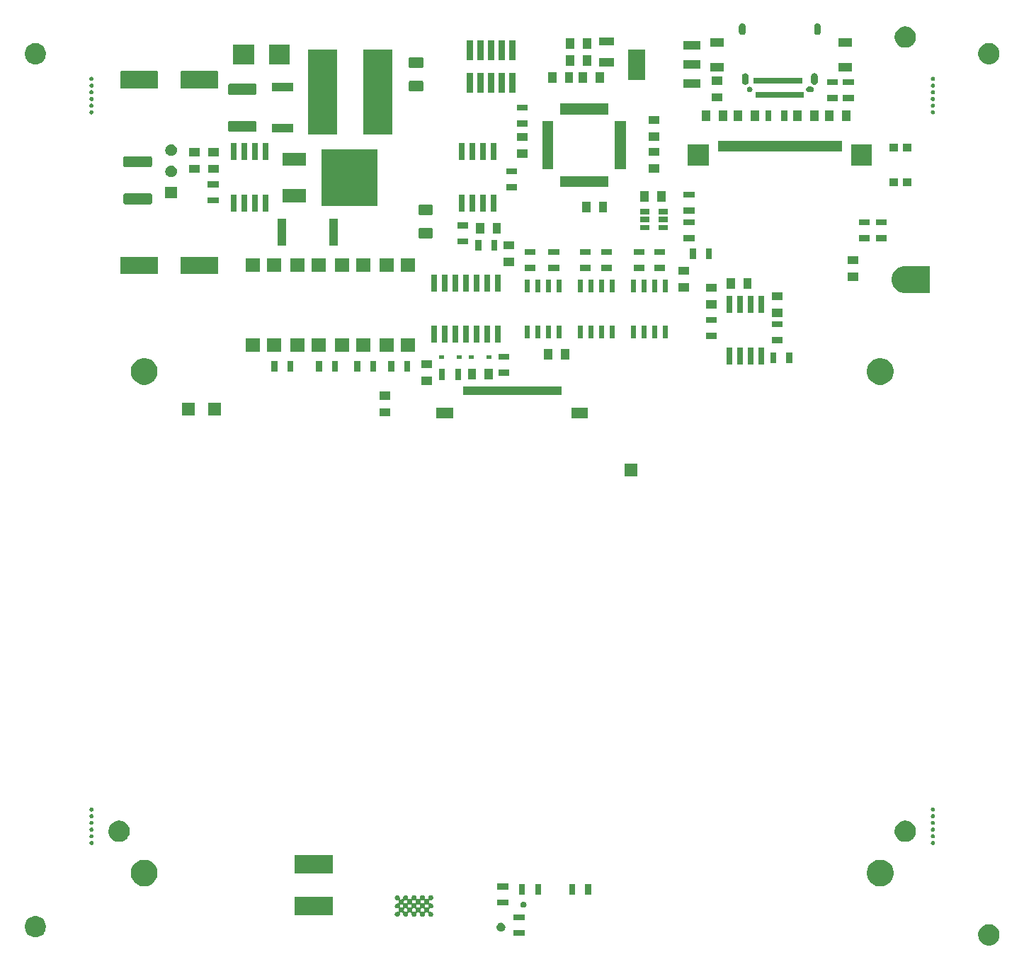
<source format=gbr>
G04 #@! TF.GenerationSoftware,KiCad,Pcbnew,5.0.2-bee76a0~70~ubuntu18.04.1*
G04 #@! TF.CreationDate,2020-04-09T14:10:39+02:00*
G04 #@! TF.ProjectId,OpenDropV4,4f70656e-4472-46f7-9056-342e6b696361,rev?*
G04 #@! TF.SameCoordinates,Original*
G04 #@! TF.FileFunction,Soldermask,Bot*
G04 #@! TF.FilePolarity,Negative*
%FSLAX46Y46*%
G04 Gerber Fmt 4.6, Leading zero omitted, Abs format (unit mm)*
G04 Created by KiCad (PCBNEW 5.0.2-bee76a0~70~ubuntu18.04.1) date Do 09 Apr 2020 14:10:39 CEST*
%MOMM*%
%LPD*%
G01*
G04 APERTURE LIST*
%ADD10C,0.100000*%
G04 APERTURE END LIST*
D10*
G36*
X157247764Y-140154402D02*
X157370445Y-140178805D01*
X157601571Y-140274541D01*
X157809581Y-140413529D01*
X157986471Y-140590419D01*
X157986473Y-140590422D01*
X158125459Y-140798429D01*
X158221195Y-141029555D01*
X158221195Y-141029557D01*
X158270000Y-141274914D01*
X158270000Y-141525086D01*
X158245597Y-141647765D01*
X158221195Y-141770445D01*
X158125459Y-142001571D01*
X157986471Y-142209581D01*
X157809581Y-142386471D01*
X157809578Y-142386473D01*
X157601571Y-142525459D01*
X157370445Y-142621195D01*
X157247765Y-142645597D01*
X157125086Y-142670000D01*
X156874914Y-142670000D01*
X156752235Y-142645597D01*
X156629555Y-142621195D01*
X156398429Y-142525459D01*
X156190422Y-142386473D01*
X156190419Y-142386471D01*
X156013529Y-142209581D01*
X155874541Y-142001571D01*
X155778805Y-141770445D01*
X155754402Y-141647764D01*
X155730000Y-141525086D01*
X155730000Y-141274914D01*
X155778805Y-141029557D01*
X155778805Y-141029555D01*
X155874541Y-140798429D01*
X156013527Y-140590422D01*
X156013529Y-140590419D01*
X156190419Y-140413529D01*
X156398429Y-140274541D01*
X156629555Y-140178805D01*
X156752236Y-140154402D01*
X156874914Y-140130000D01*
X157125086Y-140130000D01*
X157247764Y-140154402D01*
X157247764Y-140154402D01*
G37*
G36*
X43247765Y-139154403D02*
X43370445Y-139178805D01*
X43601571Y-139274541D01*
X43809581Y-139413529D01*
X43986471Y-139590419D01*
X43986473Y-139590422D01*
X44125459Y-139798429D01*
X44221195Y-140029555D01*
X44221195Y-140029557D01*
X44269926Y-140274541D01*
X44270000Y-140274916D01*
X44270000Y-140525084D01*
X44221195Y-140770445D01*
X44181161Y-140867095D01*
X44125459Y-141001571D01*
X43986471Y-141209581D01*
X43809581Y-141386471D01*
X43809578Y-141386473D01*
X43601571Y-141525459D01*
X43370445Y-141621195D01*
X43247765Y-141645597D01*
X43125086Y-141670000D01*
X42874914Y-141670000D01*
X42752235Y-141645597D01*
X42629555Y-141621195D01*
X42398429Y-141525459D01*
X42190422Y-141386473D01*
X42190419Y-141386471D01*
X42013529Y-141209581D01*
X41874541Y-141001571D01*
X41818839Y-140867095D01*
X41778805Y-140770445D01*
X41730000Y-140525084D01*
X41730000Y-140274916D01*
X41730075Y-140274541D01*
X41778805Y-140029557D01*
X41778805Y-140029555D01*
X41874541Y-139798429D01*
X42013527Y-139590422D01*
X42013529Y-139590419D01*
X42190419Y-139413529D01*
X42398429Y-139274541D01*
X42629555Y-139178805D01*
X42752235Y-139154403D01*
X42874914Y-139130000D01*
X43125086Y-139130000D01*
X43247765Y-139154403D01*
X43247765Y-139154403D01*
G37*
G36*
X101462600Y-141533400D02*
X100162600Y-141533400D01*
X100162600Y-140833400D01*
X101462600Y-140833400D01*
X101462600Y-141533400D01*
X101462600Y-141533400D01*
G37*
G36*
X98809431Y-139954478D02*
X98809433Y-139954479D01*
X98809434Y-139954479D01*
X98904978Y-139994054D01*
X98990579Y-140051251D01*
X98990968Y-140051511D01*
X99064089Y-140124632D01*
X99064091Y-140124635D01*
X99121546Y-140210622D01*
X99148176Y-140274914D01*
X99161122Y-140306169D01*
X99181297Y-140407594D01*
X99181297Y-140511012D01*
X99165502Y-140590419D01*
X99161121Y-140612440D01*
X99121546Y-140707984D01*
X99064349Y-140793585D01*
X99064089Y-140793974D01*
X98990968Y-140867095D01*
X98990965Y-140867097D01*
X98904978Y-140924552D01*
X98809434Y-140964127D01*
X98809433Y-140964127D01*
X98809431Y-140964128D01*
X98708006Y-140984303D01*
X98604588Y-140984303D01*
X98503163Y-140964128D01*
X98503161Y-140964127D01*
X98503160Y-140964127D01*
X98407616Y-140924552D01*
X98321629Y-140867097D01*
X98321626Y-140867095D01*
X98248505Y-140793974D01*
X98248245Y-140793585D01*
X98191048Y-140707984D01*
X98151473Y-140612440D01*
X98147093Y-140590419D01*
X98131297Y-140511012D01*
X98131297Y-140407594D01*
X98151472Y-140306169D01*
X98164418Y-140274914D01*
X98191048Y-140210622D01*
X98248503Y-140124635D01*
X98248505Y-140124632D01*
X98321626Y-140051511D01*
X98322015Y-140051251D01*
X98407616Y-139994054D01*
X98503160Y-139954479D01*
X98503161Y-139954479D01*
X98503163Y-139954478D01*
X98604588Y-139934303D01*
X98708006Y-139934303D01*
X98809431Y-139954478D01*
X98809431Y-139954478D01*
G37*
G36*
X101462600Y-139633400D02*
X100162600Y-139633400D01*
X100162600Y-138933400D01*
X101462600Y-138933400D01*
X101462600Y-139633400D01*
X101462600Y-139633400D01*
G37*
G36*
X86352507Y-136650528D02*
X86407103Y-136673143D01*
X86456239Y-136705974D01*
X86498026Y-136747761D01*
X86530857Y-136796897D01*
X86553472Y-136851493D01*
X86565000Y-136909453D01*
X86565000Y-136968549D01*
X86559173Y-136997843D01*
X86556771Y-137022229D01*
X86559173Y-137046615D01*
X86566286Y-137070064D01*
X86577837Y-137091675D01*
X86593383Y-137110617D01*
X86612325Y-137126163D01*
X86633936Y-137137714D01*
X86657385Y-137144827D01*
X86681771Y-137147229D01*
X86706156Y-137144827D01*
X86714137Y-137143240D01*
X86735451Y-137139000D01*
X86794549Y-137139000D01*
X86815863Y-137143240D01*
X86823844Y-137144827D01*
X86848229Y-137147229D01*
X86872615Y-137144827D01*
X86896064Y-137137714D01*
X86917675Y-137126163D01*
X86936617Y-137110617D01*
X86952163Y-137091675D01*
X86963714Y-137070064D01*
X86970827Y-137046615D01*
X86973229Y-137022229D01*
X86970827Y-136997843D01*
X86965000Y-136968549D01*
X86965000Y-136909453D01*
X86976528Y-136851493D01*
X86999143Y-136796897D01*
X87031974Y-136747761D01*
X87073761Y-136705974D01*
X87122897Y-136673143D01*
X87177493Y-136650528D01*
X87235453Y-136639000D01*
X87294547Y-136639000D01*
X87352507Y-136650528D01*
X87407103Y-136673143D01*
X87456239Y-136705974D01*
X87498026Y-136747761D01*
X87530857Y-136796897D01*
X87553472Y-136851493D01*
X87565000Y-136909453D01*
X87565000Y-136968549D01*
X87559173Y-136997843D01*
X87556771Y-137022229D01*
X87559173Y-137046615D01*
X87566286Y-137070064D01*
X87577837Y-137091675D01*
X87593383Y-137110617D01*
X87612325Y-137126163D01*
X87633936Y-137137714D01*
X87657385Y-137144827D01*
X87681771Y-137147229D01*
X87706156Y-137144827D01*
X87714137Y-137143240D01*
X87735451Y-137139000D01*
X87794549Y-137139000D01*
X87815863Y-137143240D01*
X87823844Y-137144827D01*
X87848229Y-137147229D01*
X87872615Y-137144827D01*
X87896064Y-137137714D01*
X87917675Y-137126163D01*
X87936617Y-137110617D01*
X87952163Y-137091675D01*
X87963714Y-137070064D01*
X87970827Y-137046615D01*
X87973229Y-137022229D01*
X87970827Y-136997843D01*
X87965000Y-136968549D01*
X87965000Y-136909453D01*
X87976528Y-136851493D01*
X87999143Y-136796897D01*
X88031974Y-136747761D01*
X88073761Y-136705974D01*
X88122897Y-136673143D01*
X88177493Y-136650528D01*
X88235453Y-136639000D01*
X88294547Y-136639000D01*
X88352507Y-136650528D01*
X88407103Y-136673143D01*
X88456239Y-136705974D01*
X88498026Y-136747761D01*
X88530857Y-136796897D01*
X88553472Y-136851493D01*
X88565000Y-136909453D01*
X88565000Y-136968549D01*
X88559173Y-136997843D01*
X88556771Y-137022229D01*
X88559173Y-137046615D01*
X88566286Y-137070064D01*
X88577837Y-137091675D01*
X88593383Y-137110617D01*
X88612325Y-137126163D01*
X88633936Y-137137714D01*
X88657385Y-137144827D01*
X88681771Y-137147229D01*
X88706156Y-137144827D01*
X88714137Y-137143240D01*
X88735451Y-137139000D01*
X88794549Y-137139000D01*
X88815863Y-137143240D01*
X88823844Y-137144827D01*
X88848229Y-137147229D01*
X88872615Y-137144827D01*
X88896064Y-137137714D01*
X88917675Y-137126163D01*
X88936617Y-137110617D01*
X88952163Y-137091675D01*
X88963714Y-137070064D01*
X88970827Y-137046615D01*
X88973229Y-137022229D01*
X88970827Y-136997843D01*
X88965000Y-136968549D01*
X88965000Y-136909453D01*
X88976528Y-136851493D01*
X88999143Y-136796897D01*
X89031974Y-136747761D01*
X89073761Y-136705974D01*
X89122897Y-136673143D01*
X89177493Y-136650528D01*
X89235453Y-136639000D01*
X89294547Y-136639000D01*
X89352507Y-136650528D01*
X89407103Y-136673143D01*
X89456239Y-136705974D01*
X89498026Y-136747761D01*
X89530857Y-136796897D01*
X89553472Y-136851493D01*
X89565000Y-136909453D01*
X89565000Y-136968549D01*
X89559173Y-136997843D01*
X89556771Y-137022229D01*
X89559173Y-137046615D01*
X89566286Y-137070064D01*
X89577837Y-137091675D01*
X89593383Y-137110617D01*
X89612325Y-137126163D01*
X89633936Y-137137714D01*
X89657385Y-137144827D01*
X89681771Y-137147229D01*
X89706156Y-137144827D01*
X89714137Y-137143240D01*
X89735451Y-137139000D01*
X89794549Y-137139000D01*
X89815863Y-137143240D01*
X89823844Y-137144827D01*
X89848229Y-137147229D01*
X89872615Y-137144827D01*
X89896064Y-137137714D01*
X89917675Y-137126163D01*
X89936617Y-137110617D01*
X89952163Y-137091675D01*
X89963714Y-137070064D01*
X89970827Y-137046615D01*
X89973229Y-137022229D01*
X89970827Y-136997843D01*
X89965000Y-136968549D01*
X89965000Y-136909453D01*
X89976528Y-136851493D01*
X89999143Y-136796897D01*
X90031974Y-136747761D01*
X90073761Y-136705974D01*
X90122897Y-136673143D01*
X90177493Y-136650528D01*
X90235453Y-136639000D01*
X90294547Y-136639000D01*
X90352507Y-136650528D01*
X90407103Y-136673143D01*
X90456239Y-136705974D01*
X90498026Y-136747761D01*
X90530857Y-136796897D01*
X90553472Y-136851493D01*
X90565000Y-136909453D01*
X90565000Y-136968547D01*
X90553472Y-137026507D01*
X90530857Y-137081103D01*
X90498026Y-137130239D01*
X90456239Y-137172026D01*
X90407103Y-137204857D01*
X90352507Y-137227472D01*
X90294547Y-137239000D01*
X90235451Y-137239000D01*
X90214137Y-137234760D01*
X90206156Y-137233173D01*
X90181771Y-137230771D01*
X90157385Y-137233173D01*
X90133936Y-137240286D01*
X90112325Y-137251837D01*
X90093383Y-137267383D01*
X90077837Y-137286325D01*
X90066286Y-137307936D01*
X90059173Y-137331385D01*
X90056771Y-137355771D01*
X90059173Y-137380157D01*
X90065000Y-137409451D01*
X90065000Y-137468549D01*
X90059173Y-137497843D01*
X90056771Y-137522229D01*
X90059173Y-137546615D01*
X90066286Y-137570064D01*
X90077837Y-137591675D01*
X90093383Y-137610617D01*
X90112325Y-137626163D01*
X90133936Y-137637714D01*
X90157385Y-137644827D01*
X90181771Y-137647229D01*
X90206156Y-137644827D01*
X90214137Y-137643240D01*
X90235451Y-137639000D01*
X90294547Y-137639000D01*
X90352507Y-137650528D01*
X90407103Y-137673143D01*
X90456239Y-137705974D01*
X90498026Y-137747761D01*
X90530857Y-137796897D01*
X90553472Y-137851493D01*
X90565000Y-137909453D01*
X90565000Y-137968547D01*
X90553472Y-138026507D01*
X90530857Y-138081103D01*
X90498026Y-138130239D01*
X90456239Y-138172026D01*
X90407103Y-138204857D01*
X90352507Y-138227472D01*
X90294547Y-138239000D01*
X90235451Y-138239000D01*
X90214137Y-138234760D01*
X90206156Y-138233173D01*
X90181771Y-138230771D01*
X90157385Y-138233173D01*
X90133936Y-138240286D01*
X90112325Y-138251837D01*
X90093383Y-138267383D01*
X90077837Y-138286325D01*
X90066286Y-138307936D01*
X90059173Y-138331385D01*
X90056771Y-138355771D01*
X90059173Y-138380157D01*
X90065000Y-138409451D01*
X90065000Y-138468549D01*
X90059173Y-138497843D01*
X90056771Y-138522229D01*
X90059173Y-138546615D01*
X90066286Y-138570064D01*
X90077837Y-138591675D01*
X90093383Y-138610617D01*
X90112325Y-138626163D01*
X90133936Y-138637714D01*
X90157385Y-138644827D01*
X90181771Y-138647229D01*
X90206156Y-138644827D01*
X90214137Y-138643240D01*
X90235451Y-138639000D01*
X90294547Y-138639000D01*
X90352507Y-138650528D01*
X90407103Y-138673143D01*
X90456239Y-138705974D01*
X90498026Y-138747761D01*
X90530857Y-138796897D01*
X90553472Y-138851493D01*
X90565000Y-138909453D01*
X90565000Y-138968547D01*
X90553472Y-139026507D01*
X90530857Y-139081103D01*
X90498026Y-139130239D01*
X90456239Y-139172026D01*
X90407103Y-139204857D01*
X90352507Y-139227472D01*
X90294547Y-139239000D01*
X90235453Y-139239000D01*
X90177493Y-139227472D01*
X90122897Y-139204857D01*
X90073761Y-139172026D01*
X90031974Y-139130239D01*
X89999143Y-139081103D01*
X89976528Y-139026507D01*
X89965000Y-138968547D01*
X89965000Y-138909453D01*
X89970827Y-138880156D01*
X89973229Y-138855771D01*
X89970827Y-138831385D01*
X89963714Y-138807936D01*
X89952163Y-138786325D01*
X89936617Y-138767383D01*
X89917675Y-138751837D01*
X89896064Y-138740286D01*
X89872615Y-138733173D01*
X89848229Y-138730771D01*
X89823844Y-138733173D01*
X89815863Y-138734760D01*
X89794549Y-138739000D01*
X89735451Y-138739000D01*
X89714137Y-138734760D01*
X89706156Y-138733173D01*
X89681771Y-138730771D01*
X89657385Y-138733173D01*
X89633936Y-138740286D01*
X89612325Y-138751837D01*
X89593383Y-138767383D01*
X89577837Y-138786325D01*
X89566286Y-138807936D01*
X89559173Y-138831385D01*
X89556771Y-138855771D01*
X89559173Y-138880156D01*
X89565000Y-138909453D01*
X89565000Y-138968547D01*
X89553472Y-139026507D01*
X89530857Y-139081103D01*
X89498026Y-139130239D01*
X89456239Y-139172026D01*
X89407103Y-139204857D01*
X89352507Y-139227472D01*
X89294547Y-139239000D01*
X89235453Y-139239000D01*
X89177493Y-139227472D01*
X89122897Y-139204857D01*
X89073761Y-139172026D01*
X89031974Y-139130239D01*
X88999143Y-139081103D01*
X88976528Y-139026507D01*
X88965000Y-138968547D01*
X88965000Y-138909453D01*
X88970827Y-138880156D01*
X88973229Y-138855771D01*
X88970827Y-138831385D01*
X88963714Y-138807936D01*
X88952163Y-138786325D01*
X88936617Y-138767383D01*
X88917675Y-138751837D01*
X88896064Y-138740286D01*
X88872615Y-138733173D01*
X88848229Y-138730771D01*
X88823844Y-138733173D01*
X88815863Y-138734760D01*
X88794549Y-138739000D01*
X88735451Y-138739000D01*
X88714137Y-138734760D01*
X88706156Y-138733173D01*
X88681771Y-138730771D01*
X88657385Y-138733173D01*
X88633936Y-138740286D01*
X88612325Y-138751837D01*
X88593383Y-138767383D01*
X88577837Y-138786325D01*
X88566286Y-138807936D01*
X88559173Y-138831385D01*
X88556771Y-138855771D01*
X88559173Y-138880156D01*
X88565000Y-138909453D01*
X88565000Y-138968547D01*
X88553472Y-139026507D01*
X88530857Y-139081103D01*
X88498026Y-139130239D01*
X88456239Y-139172026D01*
X88407103Y-139204857D01*
X88352507Y-139227472D01*
X88294547Y-139239000D01*
X88235453Y-139239000D01*
X88177493Y-139227472D01*
X88122897Y-139204857D01*
X88073761Y-139172026D01*
X88031974Y-139130239D01*
X87999143Y-139081103D01*
X87976528Y-139026507D01*
X87965000Y-138968547D01*
X87965000Y-138909453D01*
X87970827Y-138880156D01*
X87973229Y-138855771D01*
X87970827Y-138831385D01*
X87963714Y-138807936D01*
X87952163Y-138786325D01*
X87936617Y-138767383D01*
X87917675Y-138751837D01*
X87896064Y-138740286D01*
X87872615Y-138733173D01*
X87848229Y-138730771D01*
X87823844Y-138733173D01*
X87815863Y-138734760D01*
X87794549Y-138739000D01*
X87735451Y-138739000D01*
X87714137Y-138734760D01*
X87706156Y-138733173D01*
X87681771Y-138730771D01*
X87657385Y-138733173D01*
X87633936Y-138740286D01*
X87612325Y-138751837D01*
X87593383Y-138767383D01*
X87577837Y-138786325D01*
X87566286Y-138807936D01*
X87559173Y-138831385D01*
X87556771Y-138855771D01*
X87559173Y-138880156D01*
X87565000Y-138909453D01*
X87565000Y-138968547D01*
X87553472Y-139026507D01*
X87530857Y-139081103D01*
X87498026Y-139130239D01*
X87456239Y-139172026D01*
X87407103Y-139204857D01*
X87352507Y-139227472D01*
X87294547Y-139239000D01*
X87235453Y-139239000D01*
X87177493Y-139227472D01*
X87122897Y-139204857D01*
X87073761Y-139172026D01*
X87031974Y-139130239D01*
X86999143Y-139081103D01*
X86976528Y-139026507D01*
X86965000Y-138968547D01*
X86965000Y-138909453D01*
X86970827Y-138880156D01*
X86973229Y-138855771D01*
X86970827Y-138831385D01*
X86963714Y-138807936D01*
X86952163Y-138786325D01*
X86936617Y-138767383D01*
X86917675Y-138751837D01*
X86896064Y-138740286D01*
X86872615Y-138733173D01*
X86848229Y-138730771D01*
X86823844Y-138733173D01*
X86815863Y-138734760D01*
X86794549Y-138739000D01*
X86735451Y-138739000D01*
X86714137Y-138734760D01*
X86706156Y-138733173D01*
X86681771Y-138730771D01*
X86657385Y-138733173D01*
X86633936Y-138740286D01*
X86612325Y-138751837D01*
X86593383Y-138767383D01*
X86577837Y-138786325D01*
X86566286Y-138807936D01*
X86559173Y-138831385D01*
X86556771Y-138855771D01*
X86559173Y-138880156D01*
X86565000Y-138909453D01*
X86565000Y-138968547D01*
X86553472Y-139026507D01*
X86530857Y-139081103D01*
X86498026Y-139130239D01*
X86456239Y-139172026D01*
X86407103Y-139204857D01*
X86352507Y-139227472D01*
X86294547Y-139239000D01*
X86235453Y-139239000D01*
X86177493Y-139227472D01*
X86122897Y-139204857D01*
X86073761Y-139172026D01*
X86031974Y-139130239D01*
X85999143Y-139081103D01*
X85976528Y-139026507D01*
X85965000Y-138968547D01*
X85965000Y-138909453D01*
X85976528Y-138851493D01*
X85999143Y-138796897D01*
X86031974Y-138747761D01*
X86073761Y-138705974D01*
X86122897Y-138673143D01*
X86177493Y-138650528D01*
X86235453Y-138639000D01*
X86294549Y-138639000D01*
X86315863Y-138643240D01*
X86323844Y-138644827D01*
X86348229Y-138647229D01*
X86372615Y-138644827D01*
X86396064Y-138637714D01*
X86417675Y-138626163D01*
X86436617Y-138610617D01*
X86452163Y-138591675D01*
X86463714Y-138570064D01*
X86470827Y-138546615D01*
X86473229Y-138522229D01*
X86470827Y-138497843D01*
X86465000Y-138468549D01*
X86465000Y-138409451D01*
X86470827Y-138380157D01*
X86473229Y-138355771D01*
X87056771Y-138355771D01*
X87059173Y-138380157D01*
X87065000Y-138409451D01*
X87065000Y-138468549D01*
X87059173Y-138497843D01*
X87056771Y-138522229D01*
X87059173Y-138546615D01*
X87066286Y-138570064D01*
X87077837Y-138591675D01*
X87093383Y-138610617D01*
X87112325Y-138626163D01*
X87133936Y-138637714D01*
X87157385Y-138644827D01*
X87181771Y-138647229D01*
X87206156Y-138644827D01*
X87214137Y-138643240D01*
X87235451Y-138639000D01*
X87294549Y-138639000D01*
X87315863Y-138643240D01*
X87323844Y-138644827D01*
X87348229Y-138647229D01*
X87372615Y-138644827D01*
X87396064Y-138637714D01*
X87417675Y-138626163D01*
X87436617Y-138610617D01*
X87452163Y-138591675D01*
X87463714Y-138570064D01*
X87470827Y-138546615D01*
X87473229Y-138522229D01*
X87470827Y-138497843D01*
X87465000Y-138468549D01*
X87465000Y-138409451D01*
X87470827Y-138380157D01*
X87473229Y-138355771D01*
X88056771Y-138355771D01*
X88059173Y-138380157D01*
X88065000Y-138409451D01*
X88065000Y-138468549D01*
X88059173Y-138497843D01*
X88056771Y-138522229D01*
X88059173Y-138546615D01*
X88066286Y-138570064D01*
X88077837Y-138591675D01*
X88093383Y-138610617D01*
X88112325Y-138626163D01*
X88133936Y-138637714D01*
X88157385Y-138644827D01*
X88181771Y-138647229D01*
X88206156Y-138644827D01*
X88214137Y-138643240D01*
X88235451Y-138639000D01*
X88294549Y-138639000D01*
X88315863Y-138643240D01*
X88323844Y-138644827D01*
X88348229Y-138647229D01*
X88372615Y-138644827D01*
X88396064Y-138637714D01*
X88417675Y-138626163D01*
X88436617Y-138610617D01*
X88452163Y-138591675D01*
X88463714Y-138570064D01*
X88470827Y-138546615D01*
X88473229Y-138522229D01*
X88470827Y-138497843D01*
X88465000Y-138468549D01*
X88465000Y-138409451D01*
X88470827Y-138380157D01*
X88473229Y-138355771D01*
X89056771Y-138355771D01*
X89059173Y-138380157D01*
X89065000Y-138409451D01*
X89065000Y-138468549D01*
X89059173Y-138497843D01*
X89056771Y-138522229D01*
X89059173Y-138546615D01*
X89066286Y-138570064D01*
X89077837Y-138591675D01*
X89093383Y-138610617D01*
X89112325Y-138626163D01*
X89133936Y-138637714D01*
X89157385Y-138644827D01*
X89181771Y-138647229D01*
X89206156Y-138644827D01*
X89214137Y-138643240D01*
X89235451Y-138639000D01*
X89294549Y-138639000D01*
X89315863Y-138643240D01*
X89323844Y-138644827D01*
X89348229Y-138647229D01*
X89372615Y-138644827D01*
X89396064Y-138637714D01*
X89417675Y-138626163D01*
X89436617Y-138610617D01*
X89452163Y-138591675D01*
X89463714Y-138570064D01*
X89470827Y-138546615D01*
X89473229Y-138522229D01*
X89470827Y-138497843D01*
X89465000Y-138468549D01*
X89465000Y-138409451D01*
X89470827Y-138380157D01*
X89473229Y-138355771D01*
X89470827Y-138331385D01*
X89463714Y-138307936D01*
X89452163Y-138286325D01*
X89436617Y-138267383D01*
X89417675Y-138251837D01*
X89396064Y-138240286D01*
X89372615Y-138233173D01*
X89348229Y-138230771D01*
X89323844Y-138233173D01*
X89315863Y-138234760D01*
X89294549Y-138239000D01*
X89235451Y-138239000D01*
X89214137Y-138234760D01*
X89206156Y-138233173D01*
X89181771Y-138230771D01*
X89157385Y-138233173D01*
X89133936Y-138240286D01*
X89112325Y-138251837D01*
X89093383Y-138267383D01*
X89077837Y-138286325D01*
X89066286Y-138307936D01*
X89059173Y-138331385D01*
X89056771Y-138355771D01*
X88473229Y-138355771D01*
X88470827Y-138331385D01*
X88463714Y-138307936D01*
X88452163Y-138286325D01*
X88436617Y-138267383D01*
X88417675Y-138251837D01*
X88396064Y-138240286D01*
X88372615Y-138233173D01*
X88348229Y-138230771D01*
X88323844Y-138233173D01*
X88315863Y-138234760D01*
X88294549Y-138239000D01*
X88235451Y-138239000D01*
X88214137Y-138234760D01*
X88206156Y-138233173D01*
X88181771Y-138230771D01*
X88157385Y-138233173D01*
X88133936Y-138240286D01*
X88112325Y-138251837D01*
X88093383Y-138267383D01*
X88077837Y-138286325D01*
X88066286Y-138307936D01*
X88059173Y-138331385D01*
X88056771Y-138355771D01*
X87473229Y-138355771D01*
X87470827Y-138331385D01*
X87463714Y-138307936D01*
X87452163Y-138286325D01*
X87436617Y-138267383D01*
X87417675Y-138251837D01*
X87396064Y-138240286D01*
X87372615Y-138233173D01*
X87348229Y-138230771D01*
X87323844Y-138233173D01*
X87315863Y-138234760D01*
X87294549Y-138239000D01*
X87235451Y-138239000D01*
X87214137Y-138234760D01*
X87206156Y-138233173D01*
X87181771Y-138230771D01*
X87157385Y-138233173D01*
X87133936Y-138240286D01*
X87112325Y-138251837D01*
X87093383Y-138267383D01*
X87077837Y-138286325D01*
X87066286Y-138307936D01*
X87059173Y-138331385D01*
X87056771Y-138355771D01*
X86473229Y-138355771D01*
X86470827Y-138331385D01*
X86463714Y-138307936D01*
X86452163Y-138286325D01*
X86436617Y-138267383D01*
X86417675Y-138251837D01*
X86396064Y-138240286D01*
X86372615Y-138233173D01*
X86348229Y-138230771D01*
X86323844Y-138233173D01*
X86315863Y-138234760D01*
X86294549Y-138239000D01*
X86235453Y-138239000D01*
X86177493Y-138227472D01*
X86122897Y-138204857D01*
X86073761Y-138172026D01*
X86031974Y-138130239D01*
X85999143Y-138081103D01*
X85976528Y-138026507D01*
X85965000Y-137968547D01*
X85965000Y-137909453D01*
X85975677Y-137855771D01*
X86556771Y-137855771D01*
X86559173Y-137880157D01*
X86565000Y-137909451D01*
X86565000Y-137968549D01*
X86559173Y-137997843D01*
X86556771Y-138022229D01*
X86559173Y-138046615D01*
X86566286Y-138070064D01*
X86577837Y-138091675D01*
X86593383Y-138110617D01*
X86612325Y-138126163D01*
X86633936Y-138137714D01*
X86657385Y-138144827D01*
X86681771Y-138147229D01*
X86706156Y-138144827D01*
X86714137Y-138143240D01*
X86735451Y-138139000D01*
X86794549Y-138139000D01*
X86815863Y-138143240D01*
X86823844Y-138144827D01*
X86848229Y-138147229D01*
X86872615Y-138144827D01*
X86896064Y-138137714D01*
X86917675Y-138126163D01*
X86936617Y-138110617D01*
X86952163Y-138091675D01*
X86963714Y-138070064D01*
X86970827Y-138046615D01*
X86973229Y-138022229D01*
X86970827Y-137997843D01*
X86965000Y-137968549D01*
X86965000Y-137909451D01*
X86970827Y-137880157D01*
X86973229Y-137855771D01*
X87556771Y-137855771D01*
X87559173Y-137880157D01*
X87565000Y-137909451D01*
X87565000Y-137968549D01*
X87559173Y-137997843D01*
X87556771Y-138022229D01*
X87559173Y-138046615D01*
X87566286Y-138070064D01*
X87577837Y-138091675D01*
X87593383Y-138110617D01*
X87612325Y-138126163D01*
X87633936Y-138137714D01*
X87657385Y-138144827D01*
X87681771Y-138147229D01*
X87706156Y-138144827D01*
X87714137Y-138143240D01*
X87735451Y-138139000D01*
X87794549Y-138139000D01*
X87815863Y-138143240D01*
X87823844Y-138144827D01*
X87848229Y-138147229D01*
X87872615Y-138144827D01*
X87896064Y-138137714D01*
X87917675Y-138126163D01*
X87936617Y-138110617D01*
X87952163Y-138091675D01*
X87963714Y-138070064D01*
X87970827Y-138046615D01*
X87973229Y-138022229D01*
X87970827Y-137997843D01*
X87965000Y-137968549D01*
X87965000Y-137909451D01*
X87970827Y-137880157D01*
X87973229Y-137855771D01*
X88556771Y-137855771D01*
X88559173Y-137880157D01*
X88565000Y-137909451D01*
X88565000Y-137968549D01*
X88559173Y-137997843D01*
X88556771Y-138022229D01*
X88559173Y-138046615D01*
X88566286Y-138070064D01*
X88577837Y-138091675D01*
X88593383Y-138110617D01*
X88612325Y-138126163D01*
X88633936Y-138137714D01*
X88657385Y-138144827D01*
X88681771Y-138147229D01*
X88706156Y-138144827D01*
X88714137Y-138143240D01*
X88735451Y-138139000D01*
X88794549Y-138139000D01*
X88815863Y-138143240D01*
X88823844Y-138144827D01*
X88848229Y-138147229D01*
X88872615Y-138144827D01*
X88896064Y-138137714D01*
X88917675Y-138126163D01*
X88936617Y-138110617D01*
X88952163Y-138091675D01*
X88963714Y-138070064D01*
X88970827Y-138046615D01*
X88973229Y-138022229D01*
X88970827Y-137997843D01*
X88965000Y-137968549D01*
X88965000Y-137909451D01*
X88970827Y-137880157D01*
X88973229Y-137855771D01*
X89556771Y-137855771D01*
X89559173Y-137880157D01*
X89565000Y-137909451D01*
X89565000Y-137968549D01*
X89559173Y-137997843D01*
X89556771Y-138022229D01*
X89559173Y-138046615D01*
X89566286Y-138070064D01*
X89577837Y-138091675D01*
X89593383Y-138110617D01*
X89612325Y-138126163D01*
X89633936Y-138137714D01*
X89657385Y-138144827D01*
X89681771Y-138147229D01*
X89706156Y-138144827D01*
X89714137Y-138143240D01*
X89735451Y-138139000D01*
X89794549Y-138139000D01*
X89815863Y-138143240D01*
X89823844Y-138144827D01*
X89848229Y-138147229D01*
X89872615Y-138144827D01*
X89896064Y-138137714D01*
X89917675Y-138126163D01*
X89936617Y-138110617D01*
X89952163Y-138091675D01*
X89963714Y-138070064D01*
X89970827Y-138046615D01*
X89973229Y-138022229D01*
X89970827Y-137997843D01*
X89965000Y-137968549D01*
X89965000Y-137909451D01*
X89970827Y-137880157D01*
X89973229Y-137855771D01*
X89970827Y-137831385D01*
X89963714Y-137807936D01*
X89952163Y-137786325D01*
X89936617Y-137767383D01*
X89917675Y-137751837D01*
X89896064Y-137740286D01*
X89872615Y-137733173D01*
X89848229Y-137730771D01*
X89823844Y-137733173D01*
X89815863Y-137734760D01*
X89794549Y-137739000D01*
X89735451Y-137739000D01*
X89714137Y-137734760D01*
X89706156Y-137733173D01*
X89681771Y-137730771D01*
X89657385Y-137733173D01*
X89633936Y-137740286D01*
X89612325Y-137751837D01*
X89593383Y-137767383D01*
X89577837Y-137786325D01*
X89566286Y-137807936D01*
X89559173Y-137831385D01*
X89556771Y-137855771D01*
X88973229Y-137855771D01*
X88970827Y-137831385D01*
X88963714Y-137807936D01*
X88952163Y-137786325D01*
X88936617Y-137767383D01*
X88917675Y-137751837D01*
X88896064Y-137740286D01*
X88872615Y-137733173D01*
X88848229Y-137730771D01*
X88823844Y-137733173D01*
X88815863Y-137734760D01*
X88794549Y-137739000D01*
X88735451Y-137739000D01*
X88714137Y-137734760D01*
X88706156Y-137733173D01*
X88681771Y-137730771D01*
X88657385Y-137733173D01*
X88633936Y-137740286D01*
X88612325Y-137751837D01*
X88593383Y-137767383D01*
X88577837Y-137786325D01*
X88566286Y-137807936D01*
X88559173Y-137831385D01*
X88556771Y-137855771D01*
X87973229Y-137855771D01*
X87970827Y-137831385D01*
X87963714Y-137807936D01*
X87952163Y-137786325D01*
X87936617Y-137767383D01*
X87917675Y-137751837D01*
X87896064Y-137740286D01*
X87872615Y-137733173D01*
X87848229Y-137730771D01*
X87823844Y-137733173D01*
X87815863Y-137734760D01*
X87794549Y-137739000D01*
X87735451Y-137739000D01*
X87714137Y-137734760D01*
X87706156Y-137733173D01*
X87681771Y-137730771D01*
X87657385Y-137733173D01*
X87633936Y-137740286D01*
X87612325Y-137751837D01*
X87593383Y-137767383D01*
X87577837Y-137786325D01*
X87566286Y-137807936D01*
X87559173Y-137831385D01*
X87556771Y-137855771D01*
X86973229Y-137855771D01*
X86970827Y-137831385D01*
X86963714Y-137807936D01*
X86952163Y-137786325D01*
X86936617Y-137767383D01*
X86917675Y-137751837D01*
X86896064Y-137740286D01*
X86872615Y-137733173D01*
X86848229Y-137730771D01*
X86823844Y-137733173D01*
X86815863Y-137734760D01*
X86794549Y-137739000D01*
X86735451Y-137739000D01*
X86714137Y-137734760D01*
X86706156Y-137733173D01*
X86681771Y-137730771D01*
X86657385Y-137733173D01*
X86633936Y-137740286D01*
X86612325Y-137751837D01*
X86593383Y-137767383D01*
X86577837Y-137786325D01*
X86566286Y-137807936D01*
X86559173Y-137831385D01*
X86556771Y-137855771D01*
X85975677Y-137855771D01*
X85976528Y-137851493D01*
X85999143Y-137796897D01*
X86031974Y-137747761D01*
X86073761Y-137705974D01*
X86122897Y-137673143D01*
X86177493Y-137650528D01*
X86235453Y-137639000D01*
X86294549Y-137639000D01*
X86315863Y-137643240D01*
X86323844Y-137644827D01*
X86348229Y-137647229D01*
X86372615Y-137644827D01*
X86396064Y-137637714D01*
X86417675Y-137626163D01*
X86436617Y-137610617D01*
X86452163Y-137591675D01*
X86463714Y-137570064D01*
X86470827Y-137546615D01*
X86473229Y-137522229D01*
X86470827Y-137497843D01*
X86465000Y-137468549D01*
X86465000Y-137409451D01*
X86470827Y-137380157D01*
X86473229Y-137355771D01*
X87056771Y-137355771D01*
X87059173Y-137380157D01*
X87065000Y-137409451D01*
X87065000Y-137468549D01*
X87059173Y-137497843D01*
X87056771Y-137522229D01*
X87059173Y-137546615D01*
X87066286Y-137570064D01*
X87077837Y-137591675D01*
X87093383Y-137610617D01*
X87112325Y-137626163D01*
X87133936Y-137637714D01*
X87157385Y-137644827D01*
X87181771Y-137647229D01*
X87206156Y-137644827D01*
X87214137Y-137643240D01*
X87235451Y-137639000D01*
X87294549Y-137639000D01*
X87315863Y-137643240D01*
X87323844Y-137644827D01*
X87348229Y-137647229D01*
X87372615Y-137644827D01*
X87396064Y-137637714D01*
X87417675Y-137626163D01*
X87436617Y-137610617D01*
X87452163Y-137591675D01*
X87463714Y-137570064D01*
X87470827Y-137546615D01*
X87473229Y-137522229D01*
X87470827Y-137497843D01*
X87465000Y-137468549D01*
X87465000Y-137409451D01*
X87470827Y-137380157D01*
X87473229Y-137355771D01*
X88056771Y-137355771D01*
X88059173Y-137380157D01*
X88065000Y-137409451D01*
X88065000Y-137468549D01*
X88059173Y-137497843D01*
X88056771Y-137522229D01*
X88059173Y-137546615D01*
X88066286Y-137570064D01*
X88077837Y-137591675D01*
X88093383Y-137610617D01*
X88112325Y-137626163D01*
X88133936Y-137637714D01*
X88157385Y-137644827D01*
X88181771Y-137647229D01*
X88206156Y-137644827D01*
X88214137Y-137643240D01*
X88235451Y-137639000D01*
X88294549Y-137639000D01*
X88315863Y-137643240D01*
X88323844Y-137644827D01*
X88348229Y-137647229D01*
X88372615Y-137644827D01*
X88396064Y-137637714D01*
X88417675Y-137626163D01*
X88436617Y-137610617D01*
X88452163Y-137591675D01*
X88463714Y-137570064D01*
X88470827Y-137546615D01*
X88473229Y-137522229D01*
X88470827Y-137497843D01*
X88465000Y-137468549D01*
X88465000Y-137409451D01*
X88470827Y-137380157D01*
X88473229Y-137355771D01*
X89056771Y-137355771D01*
X89059173Y-137380157D01*
X89065000Y-137409451D01*
X89065000Y-137468549D01*
X89059173Y-137497843D01*
X89056771Y-137522229D01*
X89059173Y-137546615D01*
X89066286Y-137570064D01*
X89077837Y-137591675D01*
X89093383Y-137610617D01*
X89112325Y-137626163D01*
X89133936Y-137637714D01*
X89157385Y-137644827D01*
X89181771Y-137647229D01*
X89206156Y-137644827D01*
X89214137Y-137643240D01*
X89235451Y-137639000D01*
X89294549Y-137639000D01*
X89315863Y-137643240D01*
X89323844Y-137644827D01*
X89348229Y-137647229D01*
X89372615Y-137644827D01*
X89396064Y-137637714D01*
X89417675Y-137626163D01*
X89436617Y-137610617D01*
X89452163Y-137591675D01*
X89463714Y-137570064D01*
X89470827Y-137546615D01*
X89473229Y-137522229D01*
X89470827Y-137497843D01*
X89465000Y-137468549D01*
X89465000Y-137409451D01*
X89470827Y-137380157D01*
X89473229Y-137355771D01*
X89470827Y-137331385D01*
X89463714Y-137307936D01*
X89452163Y-137286325D01*
X89436617Y-137267383D01*
X89417675Y-137251837D01*
X89396064Y-137240286D01*
X89372615Y-137233173D01*
X89348229Y-137230771D01*
X89323844Y-137233173D01*
X89315863Y-137234760D01*
X89294549Y-137239000D01*
X89235451Y-137239000D01*
X89214137Y-137234760D01*
X89206156Y-137233173D01*
X89181771Y-137230771D01*
X89157385Y-137233173D01*
X89133936Y-137240286D01*
X89112325Y-137251837D01*
X89093383Y-137267383D01*
X89077837Y-137286325D01*
X89066286Y-137307936D01*
X89059173Y-137331385D01*
X89056771Y-137355771D01*
X88473229Y-137355771D01*
X88470827Y-137331385D01*
X88463714Y-137307936D01*
X88452163Y-137286325D01*
X88436617Y-137267383D01*
X88417675Y-137251837D01*
X88396064Y-137240286D01*
X88372615Y-137233173D01*
X88348229Y-137230771D01*
X88323844Y-137233173D01*
X88315863Y-137234760D01*
X88294549Y-137239000D01*
X88235451Y-137239000D01*
X88214137Y-137234760D01*
X88206156Y-137233173D01*
X88181771Y-137230771D01*
X88157385Y-137233173D01*
X88133936Y-137240286D01*
X88112325Y-137251837D01*
X88093383Y-137267383D01*
X88077837Y-137286325D01*
X88066286Y-137307936D01*
X88059173Y-137331385D01*
X88056771Y-137355771D01*
X87473229Y-137355771D01*
X87470827Y-137331385D01*
X87463714Y-137307936D01*
X87452163Y-137286325D01*
X87436617Y-137267383D01*
X87417675Y-137251837D01*
X87396064Y-137240286D01*
X87372615Y-137233173D01*
X87348229Y-137230771D01*
X87323844Y-137233173D01*
X87315863Y-137234760D01*
X87294549Y-137239000D01*
X87235451Y-137239000D01*
X87214137Y-137234760D01*
X87206156Y-137233173D01*
X87181771Y-137230771D01*
X87157385Y-137233173D01*
X87133936Y-137240286D01*
X87112325Y-137251837D01*
X87093383Y-137267383D01*
X87077837Y-137286325D01*
X87066286Y-137307936D01*
X87059173Y-137331385D01*
X87056771Y-137355771D01*
X86473229Y-137355771D01*
X86470827Y-137331385D01*
X86463714Y-137307936D01*
X86452163Y-137286325D01*
X86436617Y-137267383D01*
X86417675Y-137251837D01*
X86396064Y-137240286D01*
X86372615Y-137233173D01*
X86348229Y-137230771D01*
X86323844Y-137233173D01*
X86315863Y-137234760D01*
X86294549Y-137239000D01*
X86235453Y-137239000D01*
X86177493Y-137227472D01*
X86122897Y-137204857D01*
X86073761Y-137172026D01*
X86031974Y-137130239D01*
X85999143Y-137081103D01*
X85976528Y-137026507D01*
X85965000Y-136968547D01*
X85965000Y-136909453D01*
X85976528Y-136851493D01*
X85999143Y-136796897D01*
X86031974Y-136747761D01*
X86073761Y-136705974D01*
X86122897Y-136673143D01*
X86177493Y-136650528D01*
X86235453Y-136639000D01*
X86294547Y-136639000D01*
X86352507Y-136650528D01*
X86352507Y-136650528D01*
G37*
G36*
X78515000Y-139039000D02*
X74015000Y-139039000D01*
X74015000Y-136839000D01*
X78515000Y-136839000D01*
X78515000Y-139039000D01*
X78515000Y-139039000D01*
G37*
G36*
X101452687Y-137411708D02*
X101520932Y-137439976D01*
X101582352Y-137481016D01*
X101634584Y-137533248D01*
X101675624Y-137594668D01*
X101703892Y-137662913D01*
X101718303Y-137735362D01*
X101718303Y-137809232D01*
X101703892Y-137881681D01*
X101675624Y-137949926D01*
X101634584Y-138011346D01*
X101582352Y-138063578D01*
X101520932Y-138104618D01*
X101452687Y-138132886D01*
X101380238Y-138147297D01*
X101306368Y-138147297D01*
X101233919Y-138132886D01*
X101165674Y-138104618D01*
X101104254Y-138063578D01*
X101052022Y-138011346D01*
X101010982Y-137949926D01*
X100982714Y-137881681D01*
X100968303Y-137809232D01*
X100968303Y-137735362D01*
X100982714Y-137662913D01*
X101010982Y-137594668D01*
X101052022Y-137533248D01*
X101104254Y-137481016D01*
X101165674Y-137439976D01*
X101233919Y-137411708D01*
X101306368Y-137397297D01*
X101380238Y-137397297D01*
X101452687Y-137411708D01*
X101452687Y-137411708D01*
G37*
G36*
X99532200Y-137875800D02*
X98232200Y-137875800D01*
X98232200Y-137175800D01*
X99532200Y-137175800D01*
X99532200Y-137875800D01*
X99532200Y-137875800D01*
G37*
G36*
X103433400Y-136616200D02*
X102733400Y-136616200D01*
X102733400Y-135316200D01*
X103433400Y-135316200D01*
X103433400Y-136616200D01*
X103433400Y-136616200D01*
G37*
G36*
X101533400Y-136616200D02*
X100833400Y-136616200D01*
X100833400Y-135316200D01*
X101533400Y-135316200D01*
X101533400Y-136616200D01*
X101533400Y-136616200D01*
G37*
G36*
X109427800Y-136616200D02*
X108727800Y-136616200D01*
X108727800Y-135316200D01*
X109427800Y-135316200D01*
X109427800Y-136616200D01*
X109427800Y-136616200D01*
G37*
G36*
X107527800Y-136616200D02*
X106827800Y-136616200D01*
X106827800Y-135316200D01*
X107527800Y-135316200D01*
X107527800Y-136616200D01*
X107527800Y-136616200D01*
G37*
G36*
X99532200Y-135975800D02*
X98232200Y-135975800D01*
X98232200Y-135275800D01*
X99532200Y-135275800D01*
X99532200Y-135975800D01*
X99532200Y-135975800D01*
G37*
G36*
X56466703Y-132461486D02*
X56757883Y-132582097D01*
X57019944Y-132757201D01*
X57242799Y-132980056D01*
X57417903Y-133242117D01*
X57538514Y-133533297D01*
X57600000Y-133842412D01*
X57600000Y-134157588D01*
X57538514Y-134466703D01*
X57417903Y-134757883D01*
X57242799Y-135019944D01*
X57019944Y-135242799D01*
X56757883Y-135417903D01*
X56466703Y-135538514D01*
X56157588Y-135600000D01*
X55842412Y-135600000D01*
X55533297Y-135538514D01*
X55242117Y-135417903D01*
X54980056Y-135242799D01*
X54757201Y-135019944D01*
X54582097Y-134757883D01*
X54461486Y-134466703D01*
X54400000Y-134157588D01*
X54400000Y-133842412D01*
X54461486Y-133533297D01*
X54582097Y-133242117D01*
X54757201Y-132980056D01*
X54980056Y-132757201D01*
X55242117Y-132582097D01*
X55533297Y-132461486D01*
X55842412Y-132400000D01*
X56157588Y-132400000D01*
X56466703Y-132461486D01*
X56466703Y-132461486D01*
G37*
G36*
X144466703Y-132461486D02*
X144757883Y-132582097D01*
X145019944Y-132757201D01*
X145242799Y-132980056D01*
X145417903Y-133242117D01*
X145538514Y-133533297D01*
X145600000Y-133842412D01*
X145600000Y-134157588D01*
X145538514Y-134466703D01*
X145417903Y-134757883D01*
X145242799Y-135019944D01*
X145019944Y-135242799D01*
X144757883Y-135417903D01*
X144466703Y-135538514D01*
X144157588Y-135600000D01*
X143842412Y-135600000D01*
X143533297Y-135538514D01*
X143242117Y-135417903D01*
X142980056Y-135242799D01*
X142757201Y-135019944D01*
X142582097Y-134757883D01*
X142461486Y-134466703D01*
X142400000Y-134157588D01*
X142400000Y-133842412D01*
X142461486Y-133533297D01*
X142582097Y-133242117D01*
X142757201Y-132980056D01*
X142980056Y-132757201D01*
X143242117Y-132582097D01*
X143533297Y-132461486D01*
X143842412Y-132400000D01*
X144157588Y-132400000D01*
X144466703Y-132461486D01*
X144466703Y-132461486D01*
G37*
G36*
X78515000Y-134039000D02*
X74015000Y-134039000D01*
X74015000Y-131839000D01*
X78515000Y-131839000D01*
X78515000Y-134039000D01*
X78515000Y-134039000D01*
G37*
G36*
X49736698Y-130152402D02*
X49772922Y-130159607D01*
X49818420Y-130178453D01*
X49859366Y-130205812D01*
X49894188Y-130240634D01*
X49921547Y-130281580D01*
X49940393Y-130327078D01*
X49950000Y-130375377D01*
X49950000Y-130424623D01*
X49940393Y-130472922D01*
X49921547Y-130518420D01*
X49894188Y-130559366D01*
X49859366Y-130594188D01*
X49818420Y-130621547D01*
X49772922Y-130640393D01*
X49736698Y-130647598D01*
X49724624Y-130650000D01*
X49675376Y-130650000D01*
X49663302Y-130647598D01*
X49627078Y-130640393D01*
X49581580Y-130621547D01*
X49540634Y-130594188D01*
X49505812Y-130559366D01*
X49478453Y-130518420D01*
X49459607Y-130472922D01*
X49450000Y-130424623D01*
X49450000Y-130375377D01*
X49459607Y-130327078D01*
X49478453Y-130281580D01*
X49505812Y-130240634D01*
X49540634Y-130205812D01*
X49581580Y-130178453D01*
X49627078Y-130159607D01*
X49663302Y-130152402D01*
X49675376Y-130150000D01*
X49724624Y-130150000D01*
X49736698Y-130152402D01*
X49736698Y-130152402D01*
G37*
G36*
X150336698Y-130152402D02*
X150372922Y-130159607D01*
X150418420Y-130178453D01*
X150459366Y-130205812D01*
X150494188Y-130240634D01*
X150521547Y-130281580D01*
X150540393Y-130327078D01*
X150550000Y-130375377D01*
X150550000Y-130424623D01*
X150540393Y-130472922D01*
X150521547Y-130518420D01*
X150494188Y-130559366D01*
X150459366Y-130594188D01*
X150418420Y-130621547D01*
X150372922Y-130640393D01*
X150336698Y-130647598D01*
X150324624Y-130650000D01*
X150275376Y-130650000D01*
X150263302Y-130647598D01*
X150227078Y-130640393D01*
X150181580Y-130621547D01*
X150140634Y-130594188D01*
X150105812Y-130559366D01*
X150078453Y-130518420D01*
X150059607Y-130472922D01*
X150050000Y-130424623D01*
X150050000Y-130375377D01*
X150059607Y-130327078D01*
X150078453Y-130281580D01*
X150105812Y-130240634D01*
X150140634Y-130205812D01*
X150181580Y-130178453D01*
X150227078Y-130159607D01*
X150263302Y-130152402D01*
X150275376Y-130150000D01*
X150324624Y-130150000D01*
X150336698Y-130152402D01*
X150336698Y-130152402D01*
G37*
G36*
X53247764Y-127754402D02*
X53370445Y-127778805D01*
X53601571Y-127874541D01*
X53809581Y-128013529D01*
X53986471Y-128190419D01*
X53986473Y-128190422D01*
X54125459Y-128398429D01*
X54221195Y-128629555D01*
X54231543Y-128681580D01*
X54269604Y-128872922D01*
X54270000Y-128874916D01*
X54270000Y-129125084D01*
X54221195Y-129370445D01*
X54175161Y-129481580D01*
X54125459Y-129601571D01*
X53986471Y-129809581D01*
X53809581Y-129986471D01*
X53809578Y-129986473D01*
X53601571Y-130125459D01*
X53370445Y-130221195D01*
X53247765Y-130245597D01*
X53125086Y-130270000D01*
X52874914Y-130270000D01*
X52752235Y-130245597D01*
X52629555Y-130221195D01*
X52398429Y-130125459D01*
X52190422Y-129986473D01*
X52190419Y-129986471D01*
X52013529Y-129809581D01*
X51874541Y-129601571D01*
X51824839Y-129481580D01*
X51778805Y-129370445D01*
X51730000Y-129125084D01*
X51730000Y-128874916D01*
X51730397Y-128872922D01*
X51768457Y-128681580D01*
X51778805Y-128629555D01*
X51874541Y-128398429D01*
X52013527Y-128190422D01*
X52013529Y-128190419D01*
X52190419Y-128013529D01*
X52398429Y-127874541D01*
X52629555Y-127778805D01*
X52752236Y-127754402D01*
X52874914Y-127730000D01*
X53125086Y-127730000D01*
X53247764Y-127754402D01*
X53247764Y-127754402D01*
G37*
G36*
X147247764Y-127754402D02*
X147370445Y-127778805D01*
X147601571Y-127874541D01*
X147809581Y-128013529D01*
X147986471Y-128190419D01*
X147986473Y-128190422D01*
X148125459Y-128398429D01*
X148221195Y-128629555D01*
X148231543Y-128681580D01*
X148269604Y-128872922D01*
X148270000Y-128874916D01*
X148270000Y-129125084D01*
X148221195Y-129370445D01*
X148175161Y-129481580D01*
X148125459Y-129601571D01*
X147986471Y-129809581D01*
X147809581Y-129986471D01*
X147809578Y-129986473D01*
X147601571Y-130125459D01*
X147370445Y-130221195D01*
X147247765Y-130245597D01*
X147125086Y-130270000D01*
X146874914Y-130270000D01*
X146752235Y-130245597D01*
X146629555Y-130221195D01*
X146398429Y-130125459D01*
X146190422Y-129986473D01*
X146190419Y-129986471D01*
X146013529Y-129809581D01*
X145874541Y-129601571D01*
X145824839Y-129481580D01*
X145778805Y-129370445D01*
X145730000Y-129125084D01*
X145730000Y-128874916D01*
X145730397Y-128872922D01*
X145768457Y-128681580D01*
X145778805Y-128629555D01*
X145874541Y-128398429D01*
X146013527Y-128190422D01*
X146013529Y-128190419D01*
X146190419Y-128013529D01*
X146398429Y-127874541D01*
X146629555Y-127778805D01*
X146752236Y-127754402D01*
X146874914Y-127730000D01*
X147125086Y-127730000D01*
X147247764Y-127754402D01*
X147247764Y-127754402D01*
G37*
G36*
X150336698Y-129352402D02*
X150372922Y-129359607D01*
X150418420Y-129378453D01*
X150459366Y-129405812D01*
X150494188Y-129440634D01*
X150521547Y-129481580D01*
X150540393Y-129527078D01*
X150550000Y-129575377D01*
X150550000Y-129624623D01*
X150540393Y-129672922D01*
X150521547Y-129718420D01*
X150494188Y-129759366D01*
X150459366Y-129794188D01*
X150418420Y-129821547D01*
X150372922Y-129840393D01*
X150336698Y-129847598D01*
X150324624Y-129850000D01*
X150275376Y-129850000D01*
X150263302Y-129847598D01*
X150227078Y-129840393D01*
X150181580Y-129821547D01*
X150140634Y-129794188D01*
X150105812Y-129759366D01*
X150078453Y-129718420D01*
X150059607Y-129672922D01*
X150050000Y-129624623D01*
X150050000Y-129575377D01*
X150059607Y-129527078D01*
X150078453Y-129481580D01*
X150105812Y-129440634D01*
X150140634Y-129405812D01*
X150181580Y-129378453D01*
X150227078Y-129359607D01*
X150263302Y-129352402D01*
X150275376Y-129350000D01*
X150324624Y-129350000D01*
X150336698Y-129352402D01*
X150336698Y-129352402D01*
G37*
G36*
X49736698Y-129352402D02*
X49772922Y-129359607D01*
X49818420Y-129378453D01*
X49859366Y-129405812D01*
X49894188Y-129440634D01*
X49921547Y-129481580D01*
X49940393Y-129527078D01*
X49950000Y-129575377D01*
X49950000Y-129624623D01*
X49940393Y-129672922D01*
X49921547Y-129718420D01*
X49894188Y-129759366D01*
X49859366Y-129794188D01*
X49818420Y-129821547D01*
X49772922Y-129840393D01*
X49736698Y-129847598D01*
X49724624Y-129850000D01*
X49675376Y-129850000D01*
X49663302Y-129847598D01*
X49627078Y-129840393D01*
X49581580Y-129821547D01*
X49540634Y-129794188D01*
X49505812Y-129759366D01*
X49478453Y-129718420D01*
X49459607Y-129672922D01*
X49450000Y-129624623D01*
X49450000Y-129575377D01*
X49459607Y-129527078D01*
X49478453Y-129481580D01*
X49505812Y-129440634D01*
X49540634Y-129405812D01*
X49581580Y-129378453D01*
X49627078Y-129359607D01*
X49663302Y-129352402D01*
X49675376Y-129350000D01*
X49724624Y-129350000D01*
X49736698Y-129352402D01*
X49736698Y-129352402D01*
G37*
G36*
X49736698Y-128552402D02*
X49772922Y-128559607D01*
X49818420Y-128578453D01*
X49859366Y-128605812D01*
X49894188Y-128640634D01*
X49921547Y-128681580D01*
X49940393Y-128727078D01*
X49950000Y-128775377D01*
X49950000Y-128824623D01*
X49940393Y-128872922D01*
X49921547Y-128918420D01*
X49894188Y-128959366D01*
X49859366Y-128994188D01*
X49818420Y-129021547D01*
X49772922Y-129040393D01*
X49736698Y-129047598D01*
X49724624Y-129050000D01*
X49675376Y-129050000D01*
X49663302Y-129047598D01*
X49627078Y-129040393D01*
X49581580Y-129021547D01*
X49540634Y-128994188D01*
X49505812Y-128959366D01*
X49478453Y-128918420D01*
X49459607Y-128872922D01*
X49450000Y-128824623D01*
X49450000Y-128775377D01*
X49459607Y-128727078D01*
X49478453Y-128681580D01*
X49505812Y-128640634D01*
X49540634Y-128605812D01*
X49581580Y-128578453D01*
X49627078Y-128559607D01*
X49663302Y-128552402D01*
X49675376Y-128550000D01*
X49724624Y-128550000D01*
X49736698Y-128552402D01*
X49736698Y-128552402D01*
G37*
G36*
X150336698Y-128552402D02*
X150372922Y-128559607D01*
X150418420Y-128578453D01*
X150459366Y-128605812D01*
X150494188Y-128640634D01*
X150521547Y-128681580D01*
X150540393Y-128727078D01*
X150550000Y-128775377D01*
X150550000Y-128824623D01*
X150540393Y-128872922D01*
X150521547Y-128918420D01*
X150494188Y-128959366D01*
X150459366Y-128994188D01*
X150418420Y-129021547D01*
X150372922Y-129040393D01*
X150336698Y-129047598D01*
X150324624Y-129050000D01*
X150275376Y-129050000D01*
X150263302Y-129047598D01*
X150227078Y-129040393D01*
X150181580Y-129021547D01*
X150140634Y-128994188D01*
X150105812Y-128959366D01*
X150078453Y-128918420D01*
X150059607Y-128872922D01*
X150050000Y-128824623D01*
X150050000Y-128775377D01*
X150059607Y-128727078D01*
X150078453Y-128681580D01*
X150105812Y-128640634D01*
X150140634Y-128605812D01*
X150181580Y-128578453D01*
X150227078Y-128559607D01*
X150263302Y-128552402D01*
X150275376Y-128550000D01*
X150324624Y-128550000D01*
X150336698Y-128552402D01*
X150336698Y-128552402D01*
G37*
G36*
X49736698Y-127752402D02*
X49772922Y-127759607D01*
X49818420Y-127778453D01*
X49859366Y-127805812D01*
X49894188Y-127840634D01*
X49921547Y-127881580D01*
X49940393Y-127927078D01*
X49950000Y-127975377D01*
X49950000Y-128024623D01*
X49940393Y-128072922D01*
X49921547Y-128118420D01*
X49894188Y-128159366D01*
X49859366Y-128194188D01*
X49818420Y-128221547D01*
X49772922Y-128240393D01*
X49736698Y-128247598D01*
X49724624Y-128250000D01*
X49675376Y-128250000D01*
X49663302Y-128247598D01*
X49627078Y-128240393D01*
X49581580Y-128221547D01*
X49540634Y-128194188D01*
X49505812Y-128159366D01*
X49478453Y-128118420D01*
X49459607Y-128072922D01*
X49450000Y-128024623D01*
X49450000Y-127975377D01*
X49459607Y-127927078D01*
X49478453Y-127881580D01*
X49505812Y-127840634D01*
X49540634Y-127805812D01*
X49581580Y-127778453D01*
X49627078Y-127759607D01*
X49663302Y-127752402D01*
X49675376Y-127750000D01*
X49724624Y-127750000D01*
X49736698Y-127752402D01*
X49736698Y-127752402D01*
G37*
G36*
X150336698Y-127752402D02*
X150372922Y-127759607D01*
X150418420Y-127778453D01*
X150459366Y-127805812D01*
X150494188Y-127840634D01*
X150521547Y-127881580D01*
X150540393Y-127927078D01*
X150550000Y-127975377D01*
X150550000Y-128024623D01*
X150540393Y-128072922D01*
X150521547Y-128118420D01*
X150494188Y-128159366D01*
X150459366Y-128194188D01*
X150418420Y-128221547D01*
X150372922Y-128240393D01*
X150336698Y-128247598D01*
X150324624Y-128250000D01*
X150275376Y-128250000D01*
X150263302Y-128247598D01*
X150227078Y-128240393D01*
X150181580Y-128221547D01*
X150140634Y-128194188D01*
X150105812Y-128159366D01*
X150078453Y-128118420D01*
X150059607Y-128072922D01*
X150050000Y-128024623D01*
X150050000Y-127975377D01*
X150059607Y-127927078D01*
X150078453Y-127881580D01*
X150105812Y-127840634D01*
X150140634Y-127805812D01*
X150181580Y-127778453D01*
X150227078Y-127759607D01*
X150263302Y-127752402D01*
X150275376Y-127750000D01*
X150324624Y-127750000D01*
X150336698Y-127752402D01*
X150336698Y-127752402D01*
G37*
G36*
X150336698Y-126952402D02*
X150372922Y-126959607D01*
X150418420Y-126978453D01*
X150459366Y-127005812D01*
X150494188Y-127040634D01*
X150521547Y-127081580D01*
X150540393Y-127127078D01*
X150550000Y-127175377D01*
X150550000Y-127224623D01*
X150540393Y-127272922D01*
X150521547Y-127318420D01*
X150494188Y-127359366D01*
X150459366Y-127394188D01*
X150418420Y-127421547D01*
X150372922Y-127440393D01*
X150336698Y-127447598D01*
X150324624Y-127450000D01*
X150275376Y-127450000D01*
X150263302Y-127447598D01*
X150227078Y-127440393D01*
X150181580Y-127421547D01*
X150140634Y-127394188D01*
X150105812Y-127359366D01*
X150078453Y-127318420D01*
X150059607Y-127272922D01*
X150050000Y-127224623D01*
X150050000Y-127175377D01*
X150059607Y-127127078D01*
X150078453Y-127081580D01*
X150105812Y-127040634D01*
X150140634Y-127005812D01*
X150181580Y-126978453D01*
X150227078Y-126959607D01*
X150263302Y-126952402D01*
X150275376Y-126950000D01*
X150324624Y-126950000D01*
X150336698Y-126952402D01*
X150336698Y-126952402D01*
G37*
G36*
X49736698Y-126952402D02*
X49772922Y-126959607D01*
X49818420Y-126978453D01*
X49859366Y-127005812D01*
X49894188Y-127040634D01*
X49921547Y-127081580D01*
X49940393Y-127127078D01*
X49950000Y-127175377D01*
X49950000Y-127224623D01*
X49940393Y-127272922D01*
X49921547Y-127318420D01*
X49894188Y-127359366D01*
X49859366Y-127394188D01*
X49818420Y-127421547D01*
X49772922Y-127440393D01*
X49736698Y-127447598D01*
X49724624Y-127450000D01*
X49675376Y-127450000D01*
X49663302Y-127447598D01*
X49627078Y-127440393D01*
X49581580Y-127421547D01*
X49540634Y-127394188D01*
X49505812Y-127359366D01*
X49478453Y-127318420D01*
X49459607Y-127272922D01*
X49450000Y-127224623D01*
X49450000Y-127175377D01*
X49459607Y-127127078D01*
X49478453Y-127081580D01*
X49505812Y-127040634D01*
X49540634Y-127005812D01*
X49581580Y-126978453D01*
X49627078Y-126959607D01*
X49663302Y-126952402D01*
X49675376Y-126950000D01*
X49724624Y-126950000D01*
X49736698Y-126952402D01*
X49736698Y-126952402D01*
G37*
G36*
X150336698Y-126152402D02*
X150372922Y-126159607D01*
X150418420Y-126178453D01*
X150459366Y-126205812D01*
X150494188Y-126240634D01*
X150521547Y-126281580D01*
X150540393Y-126327078D01*
X150550000Y-126375377D01*
X150550000Y-126424623D01*
X150540393Y-126472922D01*
X150521547Y-126518420D01*
X150494188Y-126559366D01*
X150459366Y-126594188D01*
X150418420Y-126621547D01*
X150372922Y-126640393D01*
X150336698Y-126647598D01*
X150324624Y-126650000D01*
X150275376Y-126650000D01*
X150263302Y-126647598D01*
X150227078Y-126640393D01*
X150181580Y-126621547D01*
X150140634Y-126594188D01*
X150105812Y-126559366D01*
X150078453Y-126518420D01*
X150059607Y-126472922D01*
X150050000Y-126424623D01*
X150050000Y-126375377D01*
X150059607Y-126327078D01*
X150078453Y-126281580D01*
X150105812Y-126240634D01*
X150140634Y-126205812D01*
X150181580Y-126178453D01*
X150227078Y-126159607D01*
X150263302Y-126152402D01*
X150275376Y-126150000D01*
X150324624Y-126150000D01*
X150336698Y-126152402D01*
X150336698Y-126152402D01*
G37*
G36*
X49736698Y-126152402D02*
X49772922Y-126159607D01*
X49818420Y-126178453D01*
X49859366Y-126205812D01*
X49894188Y-126240634D01*
X49921547Y-126281580D01*
X49940393Y-126327078D01*
X49950000Y-126375377D01*
X49950000Y-126424623D01*
X49940393Y-126472922D01*
X49921547Y-126518420D01*
X49894188Y-126559366D01*
X49859366Y-126594188D01*
X49818420Y-126621547D01*
X49772922Y-126640393D01*
X49736698Y-126647598D01*
X49724624Y-126650000D01*
X49675376Y-126650000D01*
X49663302Y-126647598D01*
X49627078Y-126640393D01*
X49581580Y-126621547D01*
X49540634Y-126594188D01*
X49505812Y-126559366D01*
X49478453Y-126518420D01*
X49459607Y-126472922D01*
X49450000Y-126424623D01*
X49450000Y-126375377D01*
X49459607Y-126327078D01*
X49478453Y-126281580D01*
X49505812Y-126240634D01*
X49540634Y-126205812D01*
X49581580Y-126178453D01*
X49627078Y-126159607D01*
X49663302Y-126152402D01*
X49675376Y-126150000D01*
X49724624Y-126150000D01*
X49736698Y-126152402D01*
X49736698Y-126152402D01*
G37*
G36*
X114974570Y-86526570D02*
X113473430Y-86526570D01*
X113473430Y-85025430D01*
X114974570Y-85025430D01*
X114974570Y-86526570D01*
X114974570Y-86526570D01*
G37*
G36*
X109050000Y-79650000D02*
X107050000Y-79650000D01*
X107050000Y-78350000D01*
X109050000Y-78350000D01*
X109050000Y-79650000D01*
X109050000Y-79650000D01*
G37*
G36*
X92950000Y-79650000D02*
X90950000Y-79650000D01*
X90950000Y-78350000D01*
X92950000Y-78350000D01*
X92950000Y-79650000D01*
X92950000Y-79650000D01*
G37*
G36*
X85385000Y-79386000D02*
X84135000Y-79386000D01*
X84135000Y-78386000D01*
X85385000Y-78386000D01*
X85385000Y-79386000D01*
X85385000Y-79386000D01*
G37*
G36*
X62015570Y-79287570D02*
X60514430Y-79287570D01*
X60514430Y-77786430D01*
X62015570Y-77786430D01*
X62015570Y-79287570D01*
X62015570Y-79287570D01*
G37*
G36*
X65195570Y-79287570D02*
X63694430Y-79287570D01*
X63694430Y-77786430D01*
X65195570Y-77786430D01*
X65195570Y-79287570D01*
X65195570Y-79287570D01*
G37*
G36*
X85385000Y-77386000D02*
X84135000Y-77386000D01*
X84135000Y-76386000D01*
X85385000Y-76386000D01*
X85385000Y-77386000D01*
X85385000Y-77386000D01*
G37*
G36*
X105900000Y-76800000D02*
X94100000Y-76800000D01*
X94100000Y-75800000D01*
X105900000Y-75800000D01*
X105900000Y-76800000D01*
X105900000Y-76800000D01*
G37*
G36*
X90414000Y-75627000D02*
X89164000Y-75627000D01*
X89164000Y-74627000D01*
X90414000Y-74627000D01*
X90414000Y-75627000D01*
X90414000Y-75627000D01*
G37*
G36*
X144466703Y-72461486D02*
X144757883Y-72582097D01*
X145019944Y-72757201D01*
X145242799Y-72980056D01*
X145417903Y-73242117D01*
X145538514Y-73533297D01*
X145600000Y-73842412D01*
X145600000Y-74157588D01*
X145538514Y-74466703D01*
X145417903Y-74757883D01*
X145242799Y-75019944D01*
X145019944Y-75242799D01*
X144757883Y-75417903D01*
X144466703Y-75538514D01*
X144157588Y-75600000D01*
X143842412Y-75600000D01*
X143533297Y-75538514D01*
X143242117Y-75417903D01*
X142980056Y-75242799D01*
X142757201Y-75019944D01*
X142582097Y-74757883D01*
X142461486Y-74466703D01*
X142400000Y-74157588D01*
X142400000Y-73842412D01*
X142461486Y-73533297D01*
X142582097Y-73242117D01*
X142757201Y-72980056D01*
X142980056Y-72757201D01*
X143242117Y-72582097D01*
X143533297Y-72461486D01*
X143842412Y-72400000D01*
X144157588Y-72400000D01*
X144466703Y-72461486D01*
X144466703Y-72461486D01*
G37*
G36*
X56466703Y-72461486D02*
X56757883Y-72582097D01*
X57019944Y-72757201D01*
X57242799Y-72980056D01*
X57417903Y-73242117D01*
X57538514Y-73533297D01*
X57600000Y-73842412D01*
X57600000Y-74157588D01*
X57538514Y-74466703D01*
X57417903Y-74757883D01*
X57242799Y-75019944D01*
X57019944Y-75242799D01*
X56757883Y-75417903D01*
X56466703Y-75538514D01*
X56157588Y-75600000D01*
X55842412Y-75600000D01*
X55533297Y-75538514D01*
X55242117Y-75417903D01*
X54980056Y-75242799D01*
X54757201Y-75019944D01*
X54582097Y-74757883D01*
X54461486Y-74466703D01*
X54400000Y-74157588D01*
X54400000Y-73842412D01*
X54461486Y-73533297D01*
X54582097Y-73242117D01*
X54757201Y-72980056D01*
X54980056Y-72757201D01*
X55242117Y-72582097D01*
X55533297Y-72461486D01*
X55842412Y-72400000D01*
X56157588Y-72400000D01*
X56466703Y-72461486D01*
X56466703Y-72461486D01*
G37*
G36*
X91968000Y-74996000D02*
X91268000Y-74996000D01*
X91268000Y-73696000D01*
X91968000Y-73696000D01*
X91968000Y-74996000D01*
X91968000Y-74996000D01*
G37*
G36*
X93868000Y-74996000D02*
X93168000Y-74996000D01*
X93168000Y-73696000D01*
X93868000Y-73696000D01*
X93868000Y-74996000D01*
X93868000Y-74996000D01*
G37*
G36*
X97690000Y-74971000D02*
X96690000Y-74971000D01*
X96690000Y-73721000D01*
X97690000Y-73721000D01*
X97690000Y-74971000D01*
X97690000Y-74971000D01*
G37*
G36*
X95690000Y-74971000D02*
X94690000Y-74971000D01*
X94690000Y-73721000D01*
X95690000Y-73721000D01*
X95690000Y-74971000D01*
X95690000Y-74971000D01*
G37*
G36*
X99634000Y-74503000D02*
X98334000Y-74503000D01*
X98334000Y-73803000D01*
X99634000Y-73803000D01*
X99634000Y-74503000D01*
X99634000Y-74503000D01*
G37*
G36*
X73817000Y-74015000D02*
X73117000Y-74015000D01*
X73117000Y-72715000D01*
X73817000Y-72715000D01*
X73817000Y-74015000D01*
X73817000Y-74015000D01*
G37*
G36*
X77251000Y-74015000D02*
X76551000Y-74015000D01*
X76551000Y-72715000D01*
X77251000Y-72715000D01*
X77251000Y-74015000D01*
X77251000Y-74015000D01*
G37*
G36*
X79151000Y-74015000D02*
X78451000Y-74015000D01*
X78451000Y-72715000D01*
X79151000Y-72715000D01*
X79151000Y-74015000D01*
X79151000Y-74015000D01*
G37*
G36*
X87787000Y-74015000D02*
X87087000Y-74015000D01*
X87087000Y-72715000D01*
X87787000Y-72715000D01*
X87787000Y-74015000D01*
X87787000Y-74015000D01*
G37*
G36*
X85887000Y-74015000D02*
X85187000Y-74015000D01*
X85187000Y-72715000D01*
X85887000Y-72715000D01*
X85887000Y-74015000D01*
X85887000Y-74015000D01*
G37*
G36*
X81823000Y-74015000D02*
X81123000Y-74015000D01*
X81123000Y-72715000D01*
X81823000Y-72715000D01*
X81823000Y-74015000D01*
X81823000Y-74015000D01*
G37*
G36*
X83723000Y-74015000D02*
X83023000Y-74015000D01*
X83023000Y-72715000D01*
X83723000Y-72715000D01*
X83723000Y-74015000D01*
X83723000Y-74015000D01*
G37*
G36*
X71917000Y-74015000D02*
X71217000Y-74015000D01*
X71217000Y-72715000D01*
X71917000Y-72715000D01*
X71917000Y-74015000D01*
X71917000Y-74015000D01*
G37*
G36*
X90414000Y-73627000D02*
X89164000Y-73627000D01*
X89164000Y-72627000D01*
X90414000Y-72627000D01*
X90414000Y-73627000D01*
X90414000Y-73627000D01*
G37*
G36*
X126283200Y-73150440D02*
X125622800Y-73150440D01*
X125622800Y-71118440D01*
X126283200Y-71118440D01*
X126283200Y-73150440D01*
X126283200Y-73150440D01*
G37*
G36*
X127553200Y-73150440D02*
X126892800Y-73150440D01*
X126892800Y-71118440D01*
X127553200Y-71118440D01*
X127553200Y-73150440D01*
X127553200Y-73150440D01*
G37*
G36*
X128823200Y-73150440D02*
X128162800Y-73150440D01*
X128162800Y-71118440D01*
X128823200Y-71118440D01*
X128823200Y-73150440D01*
X128823200Y-73150440D01*
G37*
G36*
X130093200Y-73150440D02*
X129432800Y-73150440D01*
X129432800Y-71118440D01*
X130093200Y-71118440D01*
X130093200Y-73150440D01*
X130093200Y-73150440D01*
G37*
G36*
X131576000Y-73013040D02*
X130876000Y-73013040D01*
X130876000Y-71713040D01*
X131576000Y-71713040D01*
X131576000Y-73013040D01*
X131576000Y-73013040D01*
G37*
G36*
X133476000Y-73013040D02*
X132776000Y-73013040D01*
X132776000Y-71713040D01*
X133476000Y-71713040D01*
X133476000Y-73013040D01*
X133476000Y-73013040D01*
G37*
G36*
X99634000Y-72603000D02*
X98334000Y-72603000D01*
X98334000Y-71903000D01*
X99634000Y-71903000D01*
X99634000Y-72603000D01*
X99634000Y-72603000D01*
G37*
G36*
X106818000Y-72558000D02*
X105818000Y-72558000D01*
X105818000Y-71308000D01*
X106818000Y-71308000D01*
X106818000Y-72558000D01*
X106818000Y-72558000D01*
G37*
G36*
X104818000Y-72558000D02*
X103818000Y-72558000D01*
X103818000Y-71308000D01*
X104818000Y-71308000D01*
X104818000Y-72558000D01*
X104818000Y-72558000D01*
G37*
G36*
X97489000Y-72539000D02*
X96889000Y-72539000D01*
X96889000Y-72089000D01*
X97489000Y-72089000D01*
X97489000Y-72539000D01*
X97489000Y-72539000D01*
G37*
G36*
X91833000Y-72539000D02*
X91233000Y-72539000D01*
X91233000Y-72089000D01*
X91833000Y-72089000D01*
X91833000Y-72539000D01*
X91833000Y-72539000D01*
G37*
G36*
X93933000Y-72539000D02*
X93333000Y-72539000D01*
X93333000Y-72089000D01*
X93933000Y-72089000D01*
X93933000Y-72539000D01*
X93933000Y-72539000D01*
G37*
G36*
X95389000Y-72539000D02*
X94789000Y-72539000D01*
X94789000Y-72089000D01*
X95389000Y-72089000D01*
X95389000Y-72539000D01*
X95389000Y-72539000D01*
G37*
G36*
X88401000Y-71617000D02*
X86701000Y-71617000D01*
X86701000Y-70017000D01*
X88401000Y-70017000D01*
X88401000Y-71617000D01*
X88401000Y-71617000D01*
G37*
G36*
X75193000Y-71617000D02*
X73493000Y-71617000D01*
X73493000Y-70017000D01*
X75193000Y-70017000D01*
X75193000Y-71617000D01*
X75193000Y-71617000D01*
G37*
G36*
X85861000Y-71617000D02*
X84161000Y-71617000D01*
X84161000Y-70017000D01*
X85861000Y-70017000D01*
X85861000Y-71617000D01*
X85861000Y-71617000D01*
G37*
G36*
X83067000Y-71617000D02*
X81367000Y-71617000D01*
X81367000Y-70017000D01*
X83067000Y-70017000D01*
X83067000Y-71617000D01*
X83067000Y-71617000D01*
G37*
G36*
X80527000Y-71617000D02*
X78827000Y-71617000D01*
X78827000Y-70017000D01*
X80527000Y-70017000D01*
X80527000Y-71617000D01*
X80527000Y-71617000D01*
G37*
G36*
X77733000Y-71617000D02*
X76033000Y-71617000D01*
X76033000Y-70017000D01*
X77733000Y-70017000D01*
X77733000Y-71617000D01*
X77733000Y-71617000D01*
G37*
G36*
X72399000Y-71617000D02*
X70699000Y-71617000D01*
X70699000Y-70017000D01*
X72399000Y-70017000D01*
X72399000Y-71617000D01*
X72399000Y-71617000D01*
G37*
G36*
X69859000Y-71617000D02*
X68159000Y-71617000D01*
X68159000Y-70017000D01*
X69859000Y-70017000D01*
X69859000Y-71617000D01*
X69859000Y-71617000D01*
G37*
G36*
X132318000Y-70615040D02*
X131018000Y-70615040D01*
X131018000Y-69915040D01*
X132318000Y-69915040D01*
X132318000Y-70615040D01*
X132318000Y-70615040D01*
G37*
G36*
X97370200Y-70589400D02*
X96709800Y-70589400D01*
X96709800Y-68557400D01*
X97370200Y-68557400D01*
X97370200Y-70589400D01*
X97370200Y-70589400D01*
G37*
G36*
X93560200Y-70589400D02*
X92899800Y-70589400D01*
X92899800Y-68557400D01*
X93560200Y-68557400D01*
X93560200Y-70589400D01*
X93560200Y-70589400D01*
G37*
G36*
X92290200Y-70589400D02*
X91629800Y-70589400D01*
X91629800Y-68557400D01*
X92290200Y-68557400D01*
X92290200Y-70589400D01*
X92290200Y-70589400D01*
G37*
G36*
X91020200Y-70589400D02*
X90359800Y-70589400D01*
X90359800Y-68557400D01*
X91020200Y-68557400D01*
X91020200Y-70589400D01*
X91020200Y-70589400D01*
G37*
G36*
X94830200Y-70589400D02*
X94169800Y-70589400D01*
X94169800Y-68557400D01*
X94830200Y-68557400D01*
X94830200Y-70589400D01*
X94830200Y-70589400D01*
G37*
G36*
X96100200Y-70589400D02*
X95439800Y-70589400D01*
X95439800Y-68557400D01*
X96100200Y-68557400D01*
X96100200Y-70589400D01*
X96100200Y-70589400D01*
G37*
G36*
X98640200Y-70589400D02*
X97979800Y-70589400D01*
X97979800Y-68557400D01*
X98640200Y-68557400D01*
X98640200Y-70589400D01*
X98640200Y-70589400D01*
G37*
G36*
X124444000Y-70107040D02*
X123144000Y-70107040D01*
X123144000Y-69407040D01*
X124444000Y-69407040D01*
X124444000Y-70107040D01*
X124444000Y-70107040D01*
G37*
G36*
X116050000Y-70004000D02*
X115440000Y-70004000D01*
X115440000Y-68484000D01*
X116050000Y-68484000D01*
X116050000Y-70004000D01*
X116050000Y-70004000D01*
G37*
G36*
X103350000Y-70004000D02*
X102740000Y-70004000D01*
X102740000Y-68484000D01*
X103350000Y-68484000D01*
X103350000Y-70004000D01*
X103350000Y-70004000D01*
G37*
G36*
X117320000Y-70004000D02*
X116710000Y-70004000D01*
X116710000Y-68484000D01*
X117320000Y-68484000D01*
X117320000Y-70004000D01*
X117320000Y-70004000D01*
G37*
G36*
X112240000Y-70004000D02*
X111630000Y-70004000D01*
X111630000Y-68484000D01*
X112240000Y-68484000D01*
X112240000Y-70004000D01*
X112240000Y-70004000D01*
G37*
G36*
X118590000Y-70004000D02*
X117980000Y-70004000D01*
X117980000Y-68484000D01*
X118590000Y-68484000D01*
X118590000Y-70004000D01*
X118590000Y-70004000D01*
G37*
G36*
X104620000Y-70004000D02*
X104010000Y-70004000D01*
X104010000Y-68484000D01*
X104620000Y-68484000D01*
X104620000Y-70004000D01*
X104620000Y-70004000D01*
G37*
G36*
X105890000Y-70004000D02*
X105280000Y-70004000D01*
X105280000Y-68484000D01*
X105890000Y-68484000D01*
X105890000Y-70004000D01*
X105890000Y-70004000D01*
G37*
G36*
X108430000Y-70004000D02*
X107820000Y-70004000D01*
X107820000Y-68484000D01*
X108430000Y-68484000D01*
X108430000Y-70004000D01*
X108430000Y-70004000D01*
G37*
G36*
X114780000Y-70004000D02*
X114170000Y-70004000D01*
X114170000Y-68484000D01*
X114780000Y-68484000D01*
X114780000Y-70004000D01*
X114780000Y-70004000D01*
G37*
G36*
X109700000Y-70004000D02*
X109090000Y-70004000D01*
X109090000Y-68484000D01*
X109700000Y-68484000D01*
X109700000Y-70004000D01*
X109700000Y-70004000D01*
G37*
G36*
X102080000Y-70004000D02*
X101470000Y-70004000D01*
X101470000Y-68484000D01*
X102080000Y-68484000D01*
X102080000Y-70004000D01*
X102080000Y-70004000D01*
G37*
G36*
X110970000Y-70004000D02*
X110360000Y-70004000D01*
X110360000Y-68484000D01*
X110970000Y-68484000D01*
X110970000Y-70004000D01*
X110970000Y-70004000D01*
G37*
G36*
X132318000Y-68715040D02*
X131018000Y-68715040D01*
X131018000Y-68015040D01*
X132318000Y-68015040D01*
X132318000Y-68715040D01*
X132318000Y-68715040D01*
G37*
G36*
X124444000Y-68207040D02*
X123144000Y-68207040D01*
X123144000Y-67507040D01*
X124444000Y-67507040D01*
X124444000Y-68207040D01*
X124444000Y-68207040D01*
G37*
G36*
X132293000Y-67513040D02*
X131043000Y-67513040D01*
X131043000Y-66513040D01*
X132293000Y-66513040D01*
X132293000Y-67513040D01*
X132293000Y-67513040D01*
G37*
G36*
X126283200Y-67003640D02*
X125622800Y-67003640D01*
X125622800Y-64971640D01*
X126283200Y-64971640D01*
X126283200Y-67003640D01*
X126283200Y-67003640D01*
G37*
G36*
X128823200Y-67003640D02*
X128162800Y-67003640D01*
X128162800Y-64971640D01*
X128823200Y-64971640D01*
X128823200Y-67003640D01*
X128823200Y-67003640D01*
G37*
G36*
X127553200Y-67003640D02*
X126892800Y-67003640D01*
X126892800Y-64971640D01*
X127553200Y-64971640D01*
X127553200Y-67003640D01*
X127553200Y-67003640D01*
G37*
G36*
X130093200Y-67003640D02*
X129432800Y-67003640D01*
X129432800Y-64971640D01*
X130093200Y-64971640D01*
X130093200Y-67003640D01*
X130093200Y-67003640D01*
G37*
G36*
X124419000Y-66497040D02*
X123169000Y-66497040D01*
X123169000Y-65497040D01*
X124419000Y-65497040D01*
X124419000Y-66497040D01*
X124419000Y-66497040D01*
G37*
G36*
X132293000Y-65513040D02*
X131043000Y-65513040D01*
X131043000Y-64513040D01*
X132293000Y-64513040D01*
X132293000Y-65513040D01*
X132293000Y-65513040D01*
G37*
G36*
X149963000Y-64600000D02*
X146805412Y-64600000D01*
X146496297Y-64538514D01*
X146205117Y-64417903D01*
X145943056Y-64242799D01*
X145720201Y-64019944D01*
X145545097Y-63757883D01*
X145424486Y-63466703D01*
X145363000Y-63157588D01*
X145363000Y-62842412D01*
X145424486Y-62533297D01*
X145545097Y-62242117D01*
X145720201Y-61980056D01*
X145943056Y-61757201D01*
X146205117Y-61582097D01*
X146496297Y-61461486D01*
X146805412Y-61400000D01*
X149963000Y-61400000D01*
X149963000Y-64600000D01*
X149963000Y-64600000D01*
G37*
G36*
X105890000Y-64539000D02*
X105280000Y-64539000D01*
X105280000Y-63019000D01*
X105890000Y-63019000D01*
X105890000Y-64539000D01*
X105890000Y-64539000D01*
G37*
G36*
X118590000Y-64539000D02*
X117980000Y-64539000D01*
X117980000Y-63019000D01*
X118590000Y-63019000D01*
X118590000Y-64539000D01*
X118590000Y-64539000D01*
G37*
G36*
X117320000Y-64539000D02*
X116710000Y-64539000D01*
X116710000Y-63019000D01*
X117320000Y-63019000D01*
X117320000Y-64539000D01*
X117320000Y-64539000D01*
G37*
G36*
X116050000Y-64539000D02*
X115440000Y-64539000D01*
X115440000Y-63019000D01*
X116050000Y-63019000D01*
X116050000Y-64539000D01*
X116050000Y-64539000D01*
G37*
G36*
X112240000Y-64539000D02*
X111630000Y-64539000D01*
X111630000Y-63019000D01*
X112240000Y-63019000D01*
X112240000Y-64539000D01*
X112240000Y-64539000D01*
G37*
G36*
X110970000Y-64539000D02*
X110360000Y-64539000D01*
X110360000Y-63019000D01*
X110970000Y-63019000D01*
X110970000Y-64539000D01*
X110970000Y-64539000D01*
G37*
G36*
X108430000Y-64539000D02*
X107820000Y-64539000D01*
X107820000Y-63019000D01*
X108430000Y-63019000D01*
X108430000Y-64539000D01*
X108430000Y-64539000D01*
G37*
G36*
X102080000Y-64539000D02*
X101470000Y-64539000D01*
X101470000Y-63019000D01*
X102080000Y-63019000D01*
X102080000Y-64539000D01*
X102080000Y-64539000D01*
G37*
G36*
X104620000Y-64539000D02*
X104010000Y-64539000D01*
X104010000Y-63019000D01*
X104620000Y-63019000D01*
X104620000Y-64539000D01*
X104620000Y-64539000D01*
G37*
G36*
X103350000Y-64539000D02*
X102740000Y-64539000D01*
X102740000Y-63019000D01*
X103350000Y-63019000D01*
X103350000Y-64539000D01*
X103350000Y-64539000D01*
G37*
G36*
X114780000Y-64539000D02*
X114170000Y-64539000D01*
X114170000Y-63019000D01*
X114780000Y-63019000D01*
X114780000Y-64539000D01*
X114780000Y-64539000D01*
G37*
G36*
X109700000Y-64539000D02*
X109090000Y-64539000D01*
X109090000Y-63019000D01*
X109700000Y-63019000D01*
X109700000Y-64539000D01*
X109700000Y-64539000D01*
G37*
G36*
X124419000Y-64497040D02*
X123169000Y-64497040D01*
X123169000Y-63497040D01*
X124419000Y-63497040D01*
X124419000Y-64497040D01*
X124419000Y-64497040D01*
G37*
G36*
X121148000Y-64451000D02*
X119898000Y-64451000D01*
X119898000Y-63451000D01*
X121148000Y-63451000D01*
X121148000Y-64451000D01*
X121148000Y-64451000D01*
G37*
G36*
X93560200Y-64442600D02*
X92899800Y-64442600D01*
X92899800Y-62410600D01*
X93560200Y-62410600D01*
X93560200Y-64442600D01*
X93560200Y-64442600D01*
G37*
G36*
X92290200Y-64442600D02*
X91629800Y-64442600D01*
X91629800Y-62410600D01*
X92290200Y-62410600D01*
X92290200Y-64442600D01*
X92290200Y-64442600D01*
G37*
G36*
X91020200Y-64442600D02*
X90359800Y-64442600D01*
X90359800Y-62410600D01*
X91020200Y-62410600D01*
X91020200Y-64442600D01*
X91020200Y-64442600D01*
G37*
G36*
X96100200Y-64442600D02*
X95439800Y-64442600D01*
X95439800Y-62410600D01*
X96100200Y-62410600D01*
X96100200Y-64442600D01*
X96100200Y-64442600D01*
G37*
G36*
X94830200Y-64442600D02*
X94169800Y-64442600D01*
X94169800Y-62410600D01*
X94830200Y-62410600D01*
X94830200Y-64442600D01*
X94830200Y-64442600D01*
G37*
G36*
X98640200Y-64442600D02*
X97979800Y-64442600D01*
X97979800Y-62410600D01*
X98640200Y-62410600D01*
X98640200Y-64442600D01*
X98640200Y-64442600D01*
G37*
G36*
X97370200Y-64442600D02*
X96709800Y-64442600D01*
X96709800Y-62410600D01*
X97370200Y-62410600D01*
X97370200Y-64442600D01*
X97370200Y-64442600D01*
G37*
G36*
X126627000Y-64084000D02*
X125627000Y-64084000D01*
X125627000Y-62834000D01*
X126627000Y-62834000D01*
X126627000Y-64084000D01*
X126627000Y-64084000D01*
G37*
G36*
X128627000Y-64084000D02*
X127627000Y-64084000D01*
X127627000Y-62834000D01*
X128627000Y-62834000D01*
X128627000Y-64084000D01*
X128627000Y-64084000D01*
G37*
G36*
X141341000Y-63181000D02*
X140091000Y-63181000D01*
X140091000Y-62181000D01*
X141341000Y-62181000D01*
X141341000Y-63181000D01*
X141341000Y-63181000D01*
G37*
G36*
X121148000Y-62451000D02*
X119898000Y-62451000D01*
X119898000Y-61451000D01*
X121148000Y-61451000D01*
X121148000Y-62451000D01*
X121148000Y-62451000D01*
G37*
G36*
X64704309Y-60282067D02*
X64733234Y-60290841D01*
X64759885Y-60305086D01*
X64783244Y-60324256D01*
X64802414Y-60347615D01*
X64816659Y-60374266D01*
X64825433Y-60403191D01*
X64829000Y-60439403D01*
X64829000Y-62217597D01*
X64825433Y-62253809D01*
X64816659Y-62282734D01*
X64802414Y-62309385D01*
X64783244Y-62332744D01*
X64759885Y-62351914D01*
X64733234Y-62366159D01*
X64704309Y-62374933D01*
X64668097Y-62378500D01*
X60489903Y-62378500D01*
X60453691Y-62374933D01*
X60424766Y-62366159D01*
X60398115Y-62351914D01*
X60374756Y-62332744D01*
X60355586Y-62309385D01*
X60341341Y-62282734D01*
X60332567Y-62253809D01*
X60329000Y-62217597D01*
X60329000Y-60439403D01*
X60332567Y-60403191D01*
X60341341Y-60374266D01*
X60355586Y-60347615D01*
X60374756Y-60324256D01*
X60398115Y-60305086D01*
X60424766Y-60290841D01*
X60453691Y-60282067D01*
X60489903Y-60278500D01*
X64668097Y-60278500D01*
X64704309Y-60282067D01*
X64704309Y-60282067D01*
G37*
G36*
X57504309Y-60282067D02*
X57533234Y-60290841D01*
X57559885Y-60305086D01*
X57583244Y-60324256D01*
X57602414Y-60347615D01*
X57616659Y-60374266D01*
X57625433Y-60403191D01*
X57629000Y-60439403D01*
X57629000Y-62217597D01*
X57625433Y-62253809D01*
X57616659Y-62282734D01*
X57602414Y-62309385D01*
X57583244Y-62332744D01*
X57559885Y-62351914D01*
X57533234Y-62366159D01*
X57504309Y-62374933D01*
X57468097Y-62378500D01*
X53289903Y-62378500D01*
X53253691Y-62374933D01*
X53224766Y-62366159D01*
X53198115Y-62351914D01*
X53174756Y-62332744D01*
X53155586Y-62309385D01*
X53141341Y-62282734D01*
X53132567Y-62253809D01*
X53129000Y-62217597D01*
X53129000Y-60439403D01*
X53132567Y-60403191D01*
X53141341Y-60374266D01*
X53155586Y-60347615D01*
X53174756Y-60324256D01*
X53198115Y-60305086D01*
X53224766Y-60290841D01*
X53253691Y-60282067D01*
X53289903Y-60278500D01*
X57468097Y-60278500D01*
X57504309Y-60282067D01*
X57504309Y-60282067D01*
G37*
G36*
X72399000Y-62117000D02*
X70699000Y-62117000D01*
X70699000Y-60517000D01*
X72399000Y-60517000D01*
X72399000Y-62117000D01*
X72399000Y-62117000D01*
G37*
G36*
X83067000Y-62117000D02*
X81367000Y-62117000D01*
X81367000Y-60517000D01*
X83067000Y-60517000D01*
X83067000Y-62117000D01*
X83067000Y-62117000D01*
G37*
G36*
X88401000Y-62117000D02*
X86701000Y-62117000D01*
X86701000Y-60517000D01*
X88401000Y-60517000D01*
X88401000Y-62117000D01*
X88401000Y-62117000D01*
G37*
G36*
X85861000Y-62117000D02*
X84161000Y-62117000D01*
X84161000Y-60517000D01*
X85861000Y-60517000D01*
X85861000Y-62117000D01*
X85861000Y-62117000D01*
G37*
G36*
X80527000Y-62117000D02*
X78827000Y-62117000D01*
X78827000Y-60517000D01*
X80527000Y-60517000D01*
X80527000Y-62117000D01*
X80527000Y-62117000D01*
G37*
G36*
X69859000Y-62117000D02*
X68159000Y-62117000D01*
X68159000Y-60517000D01*
X69859000Y-60517000D01*
X69859000Y-62117000D01*
X69859000Y-62117000D01*
G37*
G36*
X77733000Y-62117000D02*
X76033000Y-62117000D01*
X76033000Y-60517000D01*
X77733000Y-60517000D01*
X77733000Y-62117000D01*
X77733000Y-62117000D01*
G37*
G36*
X75193000Y-62117000D02*
X73493000Y-62117000D01*
X73493000Y-60517000D01*
X75193000Y-60517000D01*
X75193000Y-62117000D01*
X75193000Y-62117000D01*
G37*
G36*
X105625000Y-61975000D02*
X104325000Y-61975000D01*
X104325000Y-61275000D01*
X105625000Y-61275000D01*
X105625000Y-61975000D01*
X105625000Y-61975000D01*
G37*
G36*
X115825000Y-61975000D02*
X114525000Y-61975000D01*
X114525000Y-61275000D01*
X115825000Y-61275000D01*
X115825000Y-61975000D01*
X115825000Y-61975000D01*
G37*
G36*
X109410000Y-61969500D02*
X108110000Y-61969500D01*
X108110000Y-61269500D01*
X109410000Y-61269500D01*
X109410000Y-61969500D01*
X109410000Y-61969500D01*
G37*
G36*
X102806000Y-61969500D02*
X101506000Y-61969500D01*
X101506000Y-61269500D01*
X102806000Y-61269500D01*
X102806000Y-61969500D01*
X102806000Y-61969500D01*
G37*
G36*
X111950000Y-61969500D02*
X110650000Y-61969500D01*
X110650000Y-61269500D01*
X111950000Y-61269500D01*
X111950000Y-61969500D01*
X111950000Y-61969500D01*
G37*
G36*
X118300000Y-61969500D02*
X117000000Y-61969500D01*
X117000000Y-61269500D01*
X118300000Y-61269500D01*
X118300000Y-61969500D01*
X118300000Y-61969500D01*
G37*
G36*
X100193000Y-61403000D02*
X98943000Y-61403000D01*
X98943000Y-60403000D01*
X100193000Y-60403000D01*
X100193000Y-61403000D01*
X100193000Y-61403000D01*
G37*
G36*
X141341000Y-61181000D02*
X140091000Y-61181000D01*
X140091000Y-60181000D01*
X141341000Y-60181000D01*
X141341000Y-61181000D01*
X141341000Y-61181000D01*
G37*
G36*
X121955000Y-60553000D02*
X121255000Y-60553000D01*
X121255000Y-59253000D01*
X121955000Y-59253000D01*
X121955000Y-60553000D01*
X121955000Y-60553000D01*
G37*
G36*
X123855000Y-60553000D02*
X123155000Y-60553000D01*
X123155000Y-59253000D01*
X123855000Y-59253000D01*
X123855000Y-60553000D01*
X123855000Y-60553000D01*
G37*
G36*
X115825000Y-60075000D02*
X114525000Y-60075000D01*
X114525000Y-59375000D01*
X115825000Y-59375000D01*
X115825000Y-60075000D01*
X115825000Y-60075000D01*
G37*
G36*
X105625000Y-60075000D02*
X104325000Y-60075000D01*
X104325000Y-59375000D01*
X105625000Y-59375000D01*
X105625000Y-60075000D01*
X105625000Y-60075000D01*
G37*
G36*
X118300000Y-60069500D02*
X117000000Y-60069500D01*
X117000000Y-59369500D01*
X118300000Y-59369500D01*
X118300000Y-60069500D01*
X118300000Y-60069500D01*
G37*
G36*
X102806000Y-60069500D02*
X101506000Y-60069500D01*
X101506000Y-59369500D01*
X102806000Y-59369500D01*
X102806000Y-60069500D01*
X102806000Y-60069500D01*
G37*
G36*
X111950000Y-60069500D02*
X110650000Y-60069500D01*
X110650000Y-59369500D01*
X111950000Y-59369500D01*
X111950000Y-60069500D01*
X111950000Y-60069500D01*
G37*
G36*
X109410000Y-60069500D02*
X108110000Y-60069500D01*
X108110000Y-59369500D01*
X109410000Y-59369500D01*
X109410000Y-60069500D01*
X109410000Y-60069500D01*
G37*
G36*
X96301000Y-59537000D02*
X95601000Y-59537000D01*
X95601000Y-58237000D01*
X96301000Y-58237000D01*
X96301000Y-59537000D01*
X96301000Y-59537000D01*
G37*
G36*
X98201000Y-59537000D02*
X97501000Y-59537000D01*
X97501000Y-58237000D01*
X98201000Y-58237000D01*
X98201000Y-59537000D01*
X98201000Y-59537000D01*
G37*
G36*
X100193000Y-59403000D02*
X98943000Y-59403000D01*
X98943000Y-58403000D01*
X100193000Y-58403000D01*
X100193000Y-59403000D01*
X100193000Y-59403000D01*
G37*
G36*
X72965000Y-58963000D02*
X71965000Y-58963000D01*
X71965000Y-55763000D01*
X72965000Y-55763000D01*
X72965000Y-58963000D01*
X72965000Y-58963000D01*
G37*
G36*
X79165000Y-58963000D02*
X78165000Y-58963000D01*
X78165000Y-55763000D01*
X79165000Y-55763000D01*
X79165000Y-58963000D01*
X79165000Y-58963000D01*
G37*
G36*
X94757000Y-58790000D02*
X93457000Y-58790000D01*
X93457000Y-58090000D01*
X94757000Y-58090000D01*
X94757000Y-58790000D01*
X94757000Y-58790000D01*
G37*
G36*
X144795000Y-58409000D02*
X143495000Y-58409000D01*
X143495000Y-57709000D01*
X144795000Y-57709000D01*
X144795000Y-58409000D01*
X144795000Y-58409000D01*
G37*
G36*
X142763000Y-58409000D02*
X141463000Y-58409000D01*
X141463000Y-57709000D01*
X142763000Y-57709000D01*
X142763000Y-58409000D01*
X142763000Y-58409000D01*
G37*
G36*
X121808000Y-58409000D02*
X120508000Y-58409000D01*
X120508000Y-57709000D01*
X121808000Y-57709000D01*
X121808000Y-58409000D01*
X121808000Y-58409000D01*
G37*
G36*
X90383524Y-56836955D02*
X90416236Y-56846879D01*
X90446390Y-56862997D01*
X90472816Y-56884684D01*
X90494503Y-56911110D01*
X90510621Y-56941264D01*
X90520545Y-56973976D01*
X90524500Y-57014138D01*
X90524500Y-57901862D01*
X90520545Y-57942024D01*
X90510621Y-57974736D01*
X90494503Y-58004890D01*
X90472816Y-58031316D01*
X90446390Y-58053003D01*
X90416236Y-58069121D01*
X90383524Y-58079045D01*
X90343362Y-58083000D01*
X88955638Y-58083000D01*
X88915476Y-58079045D01*
X88882764Y-58069121D01*
X88852610Y-58053003D01*
X88826184Y-58031316D01*
X88804497Y-58004890D01*
X88788379Y-57974736D01*
X88778455Y-57942024D01*
X88774500Y-57901862D01*
X88774500Y-57014138D01*
X88778455Y-56973976D01*
X88788379Y-56941264D01*
X88804497Y-56911110D01*
X88826184Y-56884684D01*
X88852610Y-56862997D01*
X88882764Y-56846879D01*
X88915476Y-56836955D01*
X88955638Y-56833000D01*
X90343362Y-56833000D01*
X90383524Y-56836955D01*
X90383524Y-56836955D01*
G37*
G36*
X96655000Y-57480000D02*
X95655000Y-57480000D01*
X95655000Y-56230000D01*
X96655000Y-56230000D01*
X96655000Y-57480000D01*
X96655000Y-57480000D01*
G37*
G36*
X98655000Y-57480000D02*
X97655000Y-57480000D01*
X97655000Y-56230000D01*
X98655000Y-56230000D01*
X98655000Y-57480000D01*
X98655000Y-57480000D01*
G37*
G36*
X118597000Y-57114000D02*
X117537000Y-57114000D01*
X117537000Y-56464000D01*
X118597000Y-56464000D01*
X118597000Y-57114000D01*
X118597000Y-57114000D01*
G37*
G36*
X116397000Y-57114000D02*
X115337000Y-57114000D01*
X115337000Y-56464000D01*
X116397000Y-56464000D01*
X116397000Y-57114000D01*
X116397000Y-57114000D01*
G37*
G36*
X94757000Y-56890000D02*
X93457000Y-56890000D01*
X93457000Y-56190000D01*
X94757000Y-56190000D01*
X94757000Y-56890000D01*
X94757000Y-56890000D01*
G37*
G36*
X144795000Y-56509000D02*
X143495000Y-56509000D01*
X143495000Y-55809000D01*
X144795000Y-55809000D01*
X144795000Y-56509000D01*
X144795000Y-56509000D01*
G37*
G36*
X142763000Y-56509000D02*
X141463000Y-56509000D01*
X141463000Y-55809000D01*
X142763000Y-55809000D01*
X142763000Y-56509000D01*
X142763000Y-56509000D01*
G37*
G36*
X121808000Y-56509000D02*
X120508000Y-56509000D01*
X120508000Y-55809000D01*
X121808000Y-55809000D01*
X121808000Y-56509000D01*
X121808000Y-56509000D01*
G37*
G36*
X116397000Y-56164000D02*
X115337000Y-56164000D01*
X115337000Y-55514000D01*
X116397000Y-55514000D01*
X116397000Y-56164000D01*
X116397000Y-56164000D01*
G37*
G36*
X118597000Y-56164000D02*
X117537000Y-56164000D01*
X117537000Y-55514000D01*
X118597000Y-55514000D01*
X118597000Y-56164000D01*
X118597000Y-56164000D01*
G37*
G36*
X90383524Y-54036955D02*
X90416236Y-54046879D01*
X90446390Y-54062997D01*
X90472816Y-54084684D01*
X90494503Y-54111110D01*
X90510621Y-54141264D01*
X90520545Y-54173976D01*
X90524500Y-54214138D01*
X90524500Y-55101862D01*
X90520545Y-55142024D01*
X90510621Y-55174736D01*
X90494503Y-55204890D01*
X90472816Y-55231316D01*
X90446390Y-55253003D01*
X90416236Y-55269121D01*
X90383524Y-55279045D01*
X90343362Y-55283000D01*
X88955638Y-55283000D01*
X88915476Y-55279045D01*
X88882764Y-55269121D01*
X88852610Y-55253003D01*
X88826184Y-55231316D01*
X88804497Y-55204890D01*
X88788379Y-55174736D01*
X88778455Y-55142024D01*
X88774500Y-55101862D01*
X88774500Y-54214138D01*
X88778455Y-54173976D01*
X88788379Y-54141264D01*
X88804497Y-54111110D01*
X88826184Y-54084684D01*
X88852610Y-54062997D01*
X88882764Y-54046879D01*
X88915476Y-54036955D01*
X88955638Y-54033000D01*
X90343362Y-54033000D01*
X90383524Y-54036955D01*
X90383524Y-54036955D01*
G37*
G36*
X118597000Y-55214000D02*
X117537000Y-55214000D01*
X117537000Y-54564000D01*
X118597000Y-54564000D01*
X118597000Y-55214000D01*
X118597000Y-55214000D01*
G37*
G36*
X116397000Y-55214000D02*
X115337000Y-55214000D01*
X115337000Y-54564000D01*
X116397000Y-54564000D01*
X116397000Y-55214000D01*
X116397000Y-55214000D01*
G37*
G36*
X121808000Y-55107000D02*
X120508000Y-55107000D01*
X120508000Y-54407000D01*
X121808000Y-54407000D01*
X121808000Y-55107000D01*
X121808000Y-55107000D01*
G37*
G36*
X109355000Y-54940000D02*
X108355000Y-54940000D01*
X108355000Y-53690000D01*
X109355000Y-53690000D01*
X109355000Y-54940000D01*
X109355000Y-54940000D01*
G37*
G36*
X111355000Y-54940000D02*
X110355000Y-54940000D01*
X110355000Y-53690000D01*
X111355000Y-53690000D01*
X111355000Y-54940000D01*
X111355000Y-54940000D01*
G37*
G36*
X70815200Y-54889400D02*
X70154800Y-54889400D01*
X70154800Y-52857400D01*
X70815200Y-52857400D01*
X70815200Y-54889400D01*
X70815200Y-54889400D01*
G37*
G36*
X69545200Y-54889400D02*
X68884800Y-54889400D01*
X68884800Y-52857400D01*
X69545200Y-52857400D01*
X69545200Y-54889400D01*
X69545200Y-54889400D01*
G37*
G36*
X68275200Y-54889400D02*
X67614800Y-54889400D01*
X67614800Y-52857400D01*
X68275200Y-52857400D01*
X68275200Y-54889400D01*
X68275200Y-54889400D01*
G37*
G36*
X67005200Y-54889400D02*
X66344800Y-54889400D01*
X66344800Y-52857400D01*
X67005200Y-52857400D01*
X67005200Y-54889400D01*
X67005200Y-54889400D01*
G37*
G36*
X98120200Y-54848400D02*
X97459800Y-54848400D01*
X97459800Y-52816400D01*
X98120200Y-52816400D01*
X98120200Y-54848400D01*
X98120200Y-54848400D01*
G37*
G36*
X94310200Y-54848400D02*
X93649800Y-54848400D01*
X93649800Y-52816400D01*
X94310200Y-52816400D01*
X94310200Y-54848400D01*
X94310200Y-54848400D01*
G37*
G36*
X95580200Y-54848400D02*
X94919800Y-54848400D01*
X94919800Y-52816400D01*
X95580200Y-52816400D01*
X95580200Y-54848400D01*
X95580200Y-54848400D01*
G37*
G36*
X96850200Y-54848400D02*
X96189800Y-54848400D01*
X96189800Y-52816400D01*
X96850200Y-52816400D01*
X96850200Y-54848400D01*
X96850200Y-54848400D01*
G37*
G36*
X83932000Y-54170000D02*
X77202000Y-54170000D01*
X77202000Y-47430000D01*
X83932000Y-47430000D01*
X83932000Y-54170000D01*
X83932000Y-54170000D01*
G37*
G36*
X56785570Y-52703918D02*
X56817922Y-52713733D01*
X56847744Y-52729672D01*
X56873879Y-52751121D01*
X56895328Y-52777256D01*
X56911267Y-52807078D01*
X56921082Y-52839430D01*
X56925000Y-52879215D01*
X56925000Y-53820785D01*
X56921082Y-53860570D01*
X56911267Y-53892922D01*
X56895328Y-53922744D01*
X56873879Y-53948879D01*
X56847744Y-53970328D01*
X56817922Y-53986267D01*
X56785570Y-53996082D01*
X56745785Y-54000000D01*
X53704215Y-54000000D01*
X53664430Y-53996082D01*
X53632078Y-53986267D01*
X53602256Y-53970328D01*
X53576121Y-53948879D01*
X53554672Y-53922744D01*
X53538733Y-53892922D01*
X53528918Y-53860570D01*
X53525000Y-53820785D01*
X53525000Y-52879215D01*
X53528918Y-52839430D01*
X53538733Y-52807078D01*
X53554672Y-52777256D01*
X53576121Y-52751121D01*
X53602256Y-52729672D01*
X53632078Y-52713733D01*
X53664430Y-52703918D01*
X53704215Y-52700000D01*
X56745785Y-52700000D01*
X56785570Y-52703918D01*
X56785570Y-52703918D01*
G37*
G36*
X64912000Y-53878000D02*
X63612000Y-53878000D01*
X63612000Y-53178000D01*
X64912000Y-53178000D01*
X64912000Y-53878000D01*
X64912000Y-53878000D01*
G37*
G36*
X75322000Y-53755000D02*
X72542000Y-53755000D01*
X72542000Y-52205000D01*
X75322000Y-52205000D01*
X75322000Y-53755000D01*
X75322000Y-53755000D01*
G37*
G36*
X118340000Y-53670000D02*
X117340000Y-53670000D01*
X117340000Y-52420000D01*
X118340000Y-52420000D01*
X118340000Y-53670000D01*
X118340000Y-53670000D01*
G37*
G36*
X116340000Y-53670000D02*
X115340000Y-53670000D01*
X115340000Y-52420000D01*
X116340000Y-52420000D01*
X116340000Y-53670000D01*
X116340000Y-53670000D01*
G37*
G36*
X59928500Y-53303500D02*
X58531500Y-53303500D01*
X58531500Y-51906500D01*
X59928500Y-51906500D01*
X59928500Y-53303500D01*
X59928500Y-53303500D01*
G37*
G36*
X121808000Y-53207000D02*
X120508000Y-53207000D01*
X120508000Y-52507000D01*
X121808000Y-52507000D01*
X121808000Y-53207000D01*
X121808000Y-53207000D01*
G37*
G36*
X100599000Y-52313000D02*
X99299000Y-52313000D01*
X99299000Y-51613000D01*
X100599000Y-51613000D01*
X100599000Y-52313000D01*
X100599000Y-52313000D01*
G37*
G36*
X64912000Y-51978000D02*
X63612000Y-51978000D01*
X63612000Y-51278000D01*
X64912000Y-51278000D01*
X64912000Y-51978000D01*
X64912000Y-51978000D01*
G37*
G36*
X111460000Y-51949000D02*
X105710000Y-51949000D01*
X105710000Y-50649000D01*
X111460000Y-50649000D01*
X111460000Y-51949000D01*
X111460000Y-51949000D01*
G37*
G36*
X147731000Y-51798500D02*
X146731000Y-51798500D01*
X146731000Y-50898500D01*
X147731000Y-50898500D01*
X147731000Y-51798500D01*
X147731000Y-51798500D01*
G37*
G36*
X146131000Y-51798500D02*
X145131000Y-51798500D01*
X145131000Y-50898500D01*
X146131000Y-50898500D01*
X146131000Y-51798500D01*
X146131000Y-51798500D01*
G37*
G36*
X59433745Y-49393342D02*
X59560863Y-49445996D01*
X59675271Y-49522441D01*
X59772559Y-49619729D01*
X59849004Y-49734137D01*
X59901658Y-49861255D01*
X59928500Y-49996202D01*
X59928500Y-50133798D01*
X59901658Y-50268745D01*
X59849004Y-50395863D01*
X59772559Y-50510271D01*
X59675271Y-50607559D01*
X59560863Y-50684004D01*
X59433745Y-50736658D01*
X59298798Y-50763500D01*
X59161202Y-50763500D01*
X59026255Y-50736658D01*
X58899137Y-50684004D01*
X58784729Y-50607559D01*
X58687441Y-50510271D01*
X58610996Y-50395863D01*
X58558342Y-50268745D01*
X58531500Y-50133798D01*
X58531500Y-49996202D01*
X58558342Y-49861255D01*
X58610996Y-49734137D01*
X58687441Y-49619729D01*
X58784729Y-49522441D01*
X58899137Y-49445996D01*
X59026255Y-49393342D01*
X59161202Y-49366500D01*
X59298798Y-49366500D01*
X59433745Y-49393342D01*
X59433745Y-49393342D01*
G37*
G36*
X100599000Y-50413000D02*
X99299000Y-50413000D01*
X99299000Y-49713000D01*
X100599000Y-49713000D01*
X100599000Y-50413000D01*
X100599000Y-50413000D01*
G37*
G36*
X64887000Y-50268000D02*
X63637000Y-50268000D01*
X63637000Y-49268000D01*
X64887000Y-49268000D01*
X64887000Y-50268000D01*
X64887000Y-50268000D01*
G37*
G36*
X62601000Y-50268000D02*
X61351000Y-50268000D01*
X61351000Y-49268000D01*
X62601000Y-49268000D01*
X62601000Y-50268000D01*
X62601000Y-50268000D01*
G37*
G36*
X117592000Y-50227000D02*
X116342000Y-50227000D01*
X116342000Y-49227000D01*
X117592000Y-49227000D01*
X117592000Y-50227000D01*
X117592000Y-50227000D01*
G37*
G36*
X113585000Y-49824000D02*
X112285000Y-49824000D01*
X112285000Y-44074000D01*
X113585000Y-44074000D01*
X113585000Y-49824000D01*
X113585000Y-49824000D01*
G37*
G36*
X104885000Y-49824000D02*
X103585000Y-49824000D01*
X103585000Y-44074000D01*
X104885000Y-44074000D01*
X104885000Y-49824000D01*
X104885000Y-49824000D01*
G37*
G36*
X56785570Y-48253918D02*
X56817922Y-48263733D01*
X56847744Y-48279672D01*
X56873879Y-48301121D01*
X56895328Y-48327256D01*
X56911267Y-48357078D01*
X56921082Y-48389430D01*
X56925000Y-48429215D01*
X56925000Y-49370785D01*
X56921082Y-49410570D01*
X56911267Y-49442922D01*
X56895328Y-49472744D01*
X56873879Y-49498879D01*
X56847744Y-49520328D01*
X56817922Y-49536267D01*
X56785570Y-49546082D01*
X56745785Y-49550000D01*
X53704215Y-49550000D01*
X53664430Y-49546082D01*
X53632078Y-49536267D01*
X53602256Y-49520328D01*
X53576121Y-49498879D01*
X53554672Y-49472744D01*
X53538733Y-49442922D01*
X53528918Y-49410570D01*
X53525000Y-49370785D01*
X53525000Y-48429215D01*
X53528918Y-48389430D01*
X53538733Y-48357078D01*
X53554672Y-48327256D01*
X53576121Y-48301121D01*
X53602256Y-48279672D01*
X53632078Y-48263733D01*
X53664430Y-48253918D01*
X53704215Y-48250000D01*
X56745785Y-48250000D01*
X56785570Y-48253918D01*
X56785570Y-48253918D01*
G37*
G36*
X75322000Y-49395000D02*
X72542000Y-49395000D01*
X72542000Y-47845000D01*
X75322000Y-47845000D01*
X75322000Y-49395000D01*
X75322000Y-49395000D01*
G37*
G36*
X123500000Y-49375000D02*
X121000000Y-49375000D01*
X121000000Y-46875000D01*
X123500000Y-46875000D01*
X123500000Y-49375000D01*
X123500000Y-49375000D01*
G37*
G36*
X143000000Y-49375000D02*
X140500000Y-49375000D01*
X140500000Y-46875000D01*
X143000000Y-46875000D01*
X143000000Y-49375000D01*
X143000000Y-49375000D01*
G37*
G36*
X70815200Y-48742600D02*
X70154800Y-48742600D01*
X70154800Y-46710600D01*
X70815200Y-46710600D01*
X70815200Y-48742600D01*
X70815200Y-48742600D01*
G37*
G36*
X69545200Y-48742600D02*
X68884800Y-48742600D01*
X68884800Y-46710600D01*
X69545200Y-46710600D01*
X69545200Y-48742600D01*
X69545200Y-48742600D01*
G37*
G36*
X68275200Y-48742600D02*
X67614800Y-48742600D01*
X67614800Y-46710600D01*
X68275200Y-46710600D01*
X68275200Y-48742600D01*
X68275200Y-48742600D01*
G37*
G36*
X67005200Y-48742600D02*
X66344800Y-48742600D01*
X66344800Y-46710600D01*
X67005200Y-46710600D01*
X67005200Y-48742600D01*
X67005200Y-48742600D01*
G37*
G36*
X98120200Y-48701600D02*
X97459800Y-48701600D01*
X97459800Y-46669600D01*
X98120200Y-46669600D01*
X98120200Y-48701600D01*
X98120200Y-48701600D01*
G37*
G36*
X94310200Y-48701600D02*
X93649800Y-48701600D01*
X93649800Y-46669600D01*
X94310200Y-46669600D01*
X94310200Y-48701600D01*
X94310200Y-48701600D01*
G37*
G36*
X96850200Y-48701600D02*
X96189800Y-48701600D01*
X96189800Y-46669600D01*
X96850200Y-46669600D01*
X96850200Y-48701600D01*
X96850200Y-48701600D01*
G37*
G36*
X95580200Y-48701600D02*
X94919800Y-48701600D01*
X94919800Y-46669600D01*
X95580200Y-46669600D01*
X95580200Y-48701600D01*
X95580200Y-48701600D01*
G37*
G36*
X101844000Y-48449000D02*
X100594000Y-48449000D01*
X100594000Y-47449000D01*
X101844000Y-47449000D01*
X101844000Y-48449000D01*
X101844000Y-48449000D01*
G37*
G36*
X64887000Y-48268000D02*
X63637000Y-48268000D01*
X63637000Y-47268000D01*
X64887000Y-47268000D01*
X64887000Y-48268000D01*
X64887000Y-48268000D01*
G37*
G36*
X62601000Y-48268000D02*
X61351000Y-48268000D01*
X61351000Y-47268000D01*
X62601000Y-47268000D01*
X62601000Y-48268000D01*
X62601000Y-48268000D01*
G37*
G36*
X117592000Y-48227000D02*
X116342000Y-48227000D01*
X116342000Y-47227000D01*
X117592000Y-47227000D01*
X117592000Y-48227000D01*
X117592000Y-48227000D01*
G37*
G36*
X59433745Y-46853342D02*
X59560863Y-46905996D01*
X59675271Y-46982441D01*
X59772559Y-47079729D01*
X59849004Y-47194137D01*
X59901658Y-47321255D01*
X59928500Y-47456202D01*
X59928500Y-47593798D01*
X59901658Y-47728745D01*
X59849004Y-47855863D01*
X59772559Y-47970271D01*
X59675271Y-48067559D01*
X59560863Y-48144004D01*
X59433745Y-48196658D01*
X59298798Y-48223500D01*
X59161202Y-48223500D01*
X59026255Y-48196658D01*
X58899137Y-48144004D01*
X58784729Y-48067559D01*
X58687441Y-47970271D01*
X58610996Y-47855863D01*
X58558342Y-47728745D01*
X58531500Y-47593798D01*
X58531500Y-47456202D01*
X58558342Y-47321255D01*
X58610996Y-47194137D01*
X58687441Y-47079729D01*
X58784729Y-46982441D01*
X58899137Y-46905996D01*
X59026255Y-46853342D01*
X59161202Y-46826500D01*
X59298798Y-46826500D01*
X59433745Y-46853342D01*
X59433745Y-46853342D01*
G37*
G36*
X147731000Y-47698500D02*
X146731000Y-47698500D01*
X146731000Y-46798500D01*
X147731000Y-46798500D01*
X147731000Y-47698500D01*
X147731000Y-47698500D01*
G37*
G36*
X146131000Y-47698500D02*
X145131000Y-47698500D01*
X145131000Y-46798500D01*
X146131000Y-46798500D01*
X146131000Y-47698500D01*
X146131000Y-47698500D01*
G37*
G36*
X139400000Y-47650000D02*
X124600000Y-47650000D01*
X124600000Y-46400000D01*
X139400000Y-46400000D01*
X139400000Y-47650000D01*
X139400000Y-47650000D01*
G37*
G36*
X101844000Y-46449000D02*
X100594000Y-46449000D01*
X100594000Y-45449000D01*
X101844000Y-45449000D01*
X101844000Y-46449000D01*
X101844000Y-46449000D01*
G37*
G36*
X117592000Y-46417000D02*
X116342000Y-46417000D01*
X116342000Y-45417000D01*
X117592000Y-45417000D01*
X117592000Y-46417000D01*
X117592000Y-46417000D01*
G37*
G36*
X79095000Y-45699000D02*
X75595000Y-45699000D01*
X75595000Y-35499000D01*
X79095000Y-35499000D01*
X79095000Y-45699000D01*
X79095000Y-45699000D01*
G37*
G36*
X85695000Y-45699000D02*
X82195000Y-45699000D01*
X82195000Y-35499000D01*
X85695000Y-35499000D01*
X85695000Y-45699000D01*
X85695000Y-45699000D01*
G37*
G36*
X73815000Y-45395000D02*
X71315000Y-45395000D01*
X71315000Y-44395000D01*
X73815000Y-44395000D01*
X73815000Y-45395000D01*
X73815000Y-45395000D01*
G37*
G36*
X69302570Y-44047918D02*
X69334922Y-44057733D01*
X69364744Y-44073672D01*
X69390879Y-44095121D01*
X69412328Y-44121256D01*
X69428267Y-44151078D01*
X69438082Y-44183430D01*
X69442000Y-44223215D01*
X69442000Y-45164785D01*
X69438082Y-45204570D01*
X69428267Y-45236922D01*
X69412328Y-45266744D01*
X69390879Y-45292879D01*
X69364744Y-45314328D01*
X69334922Y-45330267D01*
X69302570Y-45340082D01*
X69262785Y-45344000D01*
X66221215Y-45344000D01*
X66181430Y-45340082D01*
X66149078Y-45330267D01*
X66119256Y-45314328D01*
X66093121Y-45292879D01*
X66071672Y-45266744D01*
X66055733Y-45236922D01*
X66045918Y-45204570D01*
X66042000Y-45164785D01*
X66042000Y-44223215D01*
X66045918Y-44183430D01*
X66055733Y-44151078D01*
X66071672Y-44121256D01*
X66093121Y-44095121D01*
X66119256Y-44073672D01*
X66149078Y-44057733D01*
X66181430Y-44047918D01*
X66221215Y-44044000D01*
X69262785Y-44044000D01*
X69302570Y-44047918D01*
X69302570Y-44047918D01*
G37*
G36*
X101869000Y-44693000D02*
X100569000Y-44693000D01*
X100569000Y-43993000D01*
X101869000Y-43993000D01*
X101869000Y-44693000D01*
X101869000Y-44693000D01*
G37*
G36*
X117592000Y-44417000D02*
X116342000Y-44417000D01*
X116342000Y-43417000D01*
X117592000Y-43417000D01*
X117592000Y-44417000D01*
X117592000Y-44417000D01*
G37*
G36*
X132872000Y-44043000D02*
X132172000Y-44043000D01*
X132172000Y-42743000D01*
X132872000Y-42743000D01*
X132872000Y-44043000D01*
X132872000Y-44043000D01*
G37*
G36*
X130972000Y-44043000D02*
X130272000Y-44043000D01*
X130272000Y-42743000D01*
X130972000Y-42743000D01*
X130972000Y-44043000D01*
X130972000Y-44043000D01*
G37*
G36*
X138438000Y-44018000D02*
X137438000Y-44018000D01*
X137438000Y-42768000D01*
X138438000Y-42768000D01*
X138438000Y-44018000D01*
X138438000Y-44018000D01*
G37*
G36*
X140438000Y-44018000D02*
X139438000Y-44018000D01*
X139438000Y-42768000D01*
X140438000Y-42768000D01*
X140438000Y-44018000D01*
X140438000Y-44018000D01*
G37*
G36*
X129516000Y-44018000D02*
X128516000Y-44018000D01*
X128516000Y-42768000D01*
X129516000Y-42768000D01*
X129516000Y-44018000D01*
X129516000Y-44018000D01*
G37*
G36*
X134628000Y-44018000D02*
X133628000Y-44018000D01*
X133628000Y-42768000D01*
X134628000Y-42768000D01*
X134628000Y-44018000D01*
X134628000Y-44018000D01*
G37*
G36*
X125706000Y-44018000D02*
X124706000Y-44018000D01*
X124706000Y-42768000D01*
X125706000Y-42768000D01*
X125706000Y-44018000D01*
X125706000Y-44018000D01*
G37*
G36*
X123706000Y-44018000D02*
X122706000Y-44018000D01*
X122706000Y-42768000D01*
X123706000Y-42768000D01*
X123706000Y-44018000D01*
X123706000Y-44018000D01*
G37*
G36*
X136628000Y-44018000D02*
X135628000Y-44018000D01*
X135628000Y-42768000D01*
X136628000Y-42768000D01*
X136628000Y-44018000D01*
X136628000Y-44018000D01*
G37*
G36*
X127516000Y-44018000D02*
X126516000Y-44018000D01*
X126516000Y-42768000D01*
X127516000Y-42768000D01*
X127516000Y-44018000D01*
X127516000Y-44018000D01*
G37*
G36*
X150336698Y-42752402D02*
X150372922Y-42759607D01*
X150418420Y-42778453D01*
X150459366Y-42805812D01*
X150494188Y-42840634D01*
X150521547Y-42881580D01*
X150540393Y-42927078D01*
X150550000Y-42975377D01*
X150550000Y-43024623D01*
X150540393Y-43072922D01*
X150521547Y-43118420D01*
X150494188Y-43159366D01*
X150459366Y-43194188D01*
X150418420Y-43221547D01*
X150372922Y-43240393D01*
X150336698Y-43247598D01*
X150324624Y-43250000D01*
X150275376Y-43250000D01*
X150263302Y-43247598D01*
X150227078Y-43240393D01*
X150181580Y-43221547D01*
X150140634Y-43194188D01*
X150105812Y-43159366D01*
X150078453Y-43118420D01*
X150059607Y-43072922D01*
X150050000Y-43024623D01*
X150050000Y-42975377D01*
X150059607Y-42927078D01*
X150078453Y-42881580D01*
X150105812Y-42840634D01*
X150140634Y-42805812D01*
X150181580Y-42778453D01*
X150227078Y-42759607D01*
X150263302Y-42752402D01*
X150275376Y-42750000D01*
X150324624Y-42750000D01*
X150336698Y-42752402D01*
X150336698Y-42752402D01*
G37*
G36*
X49736698Y-42752402D02*
X49772922Y-42759607D01*
X49818420Y-42778453D01*
X49859366Y-42805812D01*
X49894188Y-42840634D01*
X49921547Y-42881580D01*
X49940393Y-42927078D01*
X49950000Y-42975377D01*
X49950000Y-43024623D01*
X49940393Y-43072922D01*
X49921547Y-43118420D01*
X49894188Y-43159366D01*
X49859366Y-43194188D01*
X49818420Y-43221547D01*
X49772922Y-43240393D01*
X49736698Y-43247598D01*
X49724624Y-43250000D01*
X49675376Y-43250000D01*
X49663302Y-43247598D01*
X49627078Y-43240393D01*
X49581580Y-43221547D01*
X49540634Y-43194188D01*
X49505812Y-43159366D01*
X49478453Y-43118420D01*
X49459607Y-43072922D01*
X49450000Y-43024623D01*
X49450000Y-42975377D01*
X49459607Y-42927078D01*
X49478453Y-42881580D01*
X49505812Y-42840634D01*
X49540634Y-42805812D01*
X49581580Y-42778453D01*
X49627078Y-42759607D01*
X49663302Y-42752402D01*
X49675376Y-42750000D01*
X49724624Y-42750000D01*
X49736698Y-42752402D01*
X49736698Y-42752402D01*
G37*
G36*
X111460000Y-43249000D02*
X105710000Y-43249000D01*
X105710000Y-41949000D01*
X111460000Y-41949000D01*
X111460000Y-43249000D01*
X111460000Y-43249000D01*
G37*
G36*
X101869000Y-42793000D02*
X100569000Y-42793000D01*
X100569000Y-42093000D01*
X101869000Y-42093000D01*
X101869000Y-42793000D01*
X101869000Y-42793000D01*
G37*
G36*
X150336698Y-41952402D02*
X150372922Y-41959607D01*
X150418420Y-41978453D01*
X150459366Y-42005812D01*
X150494188Y-42040634D01*
X150521547Y-42081580D01*
X150540393Y-42127078D01*
X150550000Y-42175377D01*
X150550000Y-42224623D01*
X150540393Y-42272922D01*
X150521547Y-42318420D01*
X150494188Y-42359366D01*
X150459366Y-42394188D01*
X150418420Y-42421547D01*
X150372922Y-42440393D01*
X150336698Y-42447598D01*
X150324624Y-42450000D01*
X150275376Y-42450000D01*
X150263302Y-42447598D01*
X150227078Y-42440393D01*
X150181580Y-42421547D01*
X150140634Y-42394188D01*
X150105812Y-42359366D01*
X150078453Y-42318420D01*
X150059607Y-42272922D01*
X150050000Y-42224623D01*
X150050000Y-42175377D01*
X150059607Y-42127078D01*
X150078453Y-42081580D01*
X150105812Y-42040634D01*
X150140634Y-42005812D01*
X150181580Y-41978453D01*
X150227078Y-41959607D01*
X150263302Y-41952402D01*
X150275376Y-41950000D01*
X150324624Y-41950000D01*
X150336698Y-41952402D01*
X150336698Y-41952402D01*
G37*
G36*
X49736698Y-41952402D02*
X49772922Y-41959607D01*
X49818420Y-41978453D01*
X49859366Y-42005812D01*
X49894188Y-42040634D01*
X49921547Y-42081580D01*
X49940393Y-42127078D01*
X49950000Y-42175377D01*
X49950000Y-42224623D01*
X49940393Y-42272922D01*
X49921547Y-42318420D01*
X49894188Y-42359366D01*
X49859366Y-42394188D01*
X49818420Y-42421547D01*
X49772922Y-42440393D01*
X49736698Y-42447598D01*
X49724624Y-42450000D01*
X49675376Y-42450000D01*
X49663302Y-42447598D01*
X49627078Y-42440393D01*
X49581580Y-42421547D01*
X49540634Y-42394188D01*
X49505812Y-42359366D01*
X49478453Y-42318420D01*
X49459607Y-42272922D01*
X49450000Y-42224623D01*
X49450000Y-42175377D01*
X49459607Y-42127078D01*
X49478453Y-42081580D01*
X49505812Y-42040634D01*
X49540634Y-42005812D01*
X49581580Y-41978453D01*
X49627078Y-41959607D01*
X49663302Y-41952402D01*
X49675376Y-41950000D01*
X49724624Y-41950000D01*
X49736698Y-41952402D01*
X49736698Y-41952402D01*
G37*
G36*
X125125000Y-41718000D02*
X123875000Y-41718000D01*
X123875000Y-40718000D01*
X125125000Y-40718000D01*
X125125000Y-41718000D01*
X125125000Y-41718000D01*
G37*
G36*
X49736698Y-41152402D02*
X49772922Y-41159607D01*
X49818420Y-41178453D01*
X49859366Y-41205812D01*
X49894188Y-41240634D01*
X49921547Y-41281580D01*
X49940393Y-41327078D01*
X49950000Y-41375377D01*
X49950000Y-41424623D01*
X49940393Y-41472922D01*
X49921547Y-41518420D01*
X49894188Y-41559366D01*
X49859366Y-41594188D01*
X49818420Y-41621547D01*
X49772922Y-41640393D01*
X49736698Y-41647598D01*
X49724624Y-41650000D01*
X49675376Y-41650000D01*
X49663302Y-41647598D01*
X49627078Y-41640393D01*
X49581580Y-41621547D01*
X49540634Y-41594188D01*
X49505812Y-41559366D01*
X49478453Y-41518420D01*
X49459607Y-41472922D01*
X49450000Y-41424623D01*
X49450000Y-41375377D01*
X49459607Y-41327078D01*
X49478453Y-41281580D01*
X49505812Y-41240634D01*
X49540634Y-41205812D01*
X49581580Y-41178453D01*
X49627078Y-41159607D01*
X49663302Y-41152402D01*
X49675376Y-41150000D01*
X49724624Y-41150000D01*
X49736698Y-41152402D01*
X49736698Y-41152402D01*
G37*
G36*
X150336698Y-41152402D02*
X150372922Y-41159607D01*
X150418420Y-41178453D01*
X150459366Y-41205812D01*
X150494188Y-41240634D01*
X150521547Y-41281580D01*
X150540393Y-41327078D01*
X150550000Y-41375377D01*
X150550000Y-41424623D01*
X150540393Y-41472922D01*
X150521547Y-41518420D01*
X150494188Y-41559366D01*
X150459366Y-41594188D01*
X150418420Y-41621547D01*
X150372922Y-41640393D01*
X150336698Y-41647598D01*
X150324624Y-41650000D01*
X150275376Y-41650000D01*
X150263302Y-41647598D01*
X150227078Y-41640393D01*
X150181580Y-41621547D01*
X150140634Y-41594188D01*
X150105812Y-41559366D01*
X150078453Y-41518420D01*
X150059607Y-41472922D01*
X150050000Y-41424623D01*
X150050000Y-41375377D01*
X150059607Y-41327078D01*
X150078453Y-41281580D01*
X150105812Y-41240634D01*
X150140634Y-41205812D01*
X150181580Y-41178453D01*
X150227078Y-41159607D01*
X150263302Y-41152402D01*
X150275376Y-41150000D01*
X150324624Y-41150000D01*
X150336698Y-41152402D01*
X150336698Y-41152402D01*
G37*
G36*
X138953000Y-41645000D02*
X137653000Y-41645000D01*
X137653000Y-40945000D01*
X138953000Y-40945000D01*
X138953000Y-41645000D01*
X138953000Y-41645000D01*
G37*
G36*
X140858000Y-41645000D02*
X139558000Y-41645000D01*
X139558000Y-40945000D01*
X140858000Y-40945000D01*
X140858000Y-41645000D01*
X140858000Y-41645000D01*
G37*
G36*
X134900000Y-41270000D02*
X129100000Y-41270000D01*
X129100000Y-40570000D01*
X134900000Y-40570000D01*
X134900000Y-41270000D01*
X134900000Y-41270000D01*
G37*
G36*
X69302570Y-39597918D02*
X69334922Y-39607733D01*
X69364744Y-39623672D01*
X69390879Y-39645121D01*
X69412328Y-39671256D01*
X69428267Y-39701078D01*
X69438082Y-39733430D01*
X69442000Y-39773215D01*
X69442000Y-40714785D01*
X69438082Y-40754570D01*
X69428267Y-40786922D01*
X69412328Y-40816744D01*
X69390879Y-40842879D01*
X69364744Y-40864328D01*
X69334922Y-40880267D01*
X69302570Y-40890082D01*
X69262785Y-40894000D01*
X66221215Y-40894000D01*
X66181430Y-40890082D01*
X66149078Y-40880267D01*
X66119256Y-40864328D01*
X66093121Y-40842879D01*
X66071672Y-40816744D01*
X66055733Y-40786922D01*
X66045918Y-40754570D01*
X66042000Y-40714785D01*
X66042000Y-39773215D01*
X66045918Y-39733430D01*
X66055733Y-39701078D01*
X66071672Y-39671256D01*
X66093121Y-39645121D01*
X66119256Y-39623672D01*
X66149078Y-39607733D01*
X66181430Y-39597918D01*
X66221215Y-39594000D01*
X69262785Y-39594000D01*
X69302570Y-39597918D01*
X69302570Y-39597918D01*
G37*
G36*
X49736698Y-40352402D02*
X49772922Y-40359607D01*
X49818420Y-40378453D01*
X49859366Y-40405812D01*
X49894188Y-40440634D01*
X49921547Y-40481580D01*
X49940393Y-40527078D01*
X49944557Y-40548012D01*
X49948931Y-40570000D01*
X49950000Y-40575377D01*
X49950000Y-40624623D01*
X49940393Y-40672922D01*
X49921547Y-40718420D01*
X49894188Y-40759366D01*
X49859366Y-40794188D01*
X49818420Y-40821547D01*
X49772922Y-40840393D01*
X49736698Y-40847598D01*
X49724624Y-40850000D01*
X49675376Y-40850000D01*
X49663302Y-40847598D01*
X49627078Y-40840393D01*
X49581580Y-40821547D01*
X49540634Y-40794188D01*
X49505812Y-40759366D01*
X49478453Y-40718420D01*
X49459607Y-40672922D01*
X49450000Y-40624623D01*
X49450000Y-40575377D01*
X49451070Y-40570000D01*
X49455443Y-40548012D01*
X49459607Y-40527078D01*
X49478453Y-40481580D01*
X49505812Y-40440634D01*
X49540634Y-40405812D01*
X49581580Y-40378453D01*
X49627078Y-40359607D01*
X49663302Y-40352402D01*
X49675376Y-40350000D01*
X49724624Y-40350000D01*
X49736698Y-40352402D01*
X49736698Y-40352402D01*
G37*
G36*
X150336698Y-40352402D02*
X150372922Y-40359607D01*
X150418420Y-40378453D01*
X150459366Y-40405812D01*
X150494188Y-40440634D01*
X150521547Y-40481580D01*
X150540393Y-40527078D01*
X150544557Y-40548012D01*
X150548931Y-40570000D01*
X150550000Y-40575377D01*
X150550000Y-40624623D01*
X150540393Y-40672922D01*
X150521547Y-40718420D01*
X150494188Y-40759366D01*
X150459366Y-40794188D01*
X150418420Y-40821547D01*
X150372922Y-40840393D01*
X150336698Y-40847598D01*
X150324624Y-40850000D01*
X150275376Y-40850000D01*
X150263302Y-40847598D01*
X150227078Y-40840393D01*
X150181580Y-40821547D01*
X150140634Y-40794188D01*
X150105812Y-40759366D01*
X150078453Y-40718420D01*
X150059607Y-40672922D01*
X150050000Y-40624623D01*
X150050000Y-40575377D01*
X150051070Y-40570000D01*
X150055443Y-40548012D01*
X150059607Y-40527078D01*
X150078453Y-40481580D01*
X150105812Y-40440634D01*
X150140634Y-40405812D01*
X150181580Y-40378453D01*
X150227078Y-40359607D01*
X150263302Y-40352402D01*
X150275376Y-40350000D01*
X150324624Y-40350000D01*
X150336698Y-40352402D01*
X150336698Y-40352402D01*
G37*
G36*
X97870000Y-40675600D02*
X97130000Y-40675600D01*
X97130000Y-38275600D01*
X97870000Y-38275600D01*
X97870000Y-40675600D01*
X97870000Y-40675600D01*
G37*
G36*
X100410000Y-40675600D02*
X99670000Y-40675600D01*
X99670000Y-38275600D01*
X100410000Y-38275600D01*
X100410000Y-40675600D01*
X100410000Y-40675600D01*
G37*
G36*
X99140000Y-40675600D02*
X98400000Y-40675600D01*
X98400000Y-38275600D01*
X99140000Y-38275600D01*
X99140000Y-40675600D01*
X99140000Y-40675600D01*
G37*
G36*
X96600000Y-40675600D02*
X95860000Y-40675600D01*
X95860000Y-38275600D01*
X96600000Y-38275600D01*
X96600000Y-40675600D01*
X96600000Y-40675600D01*
G37*
G36*
X95330000Y-40675600D02*
X94590000Y-40675600D01*
X94590000Y-38275600D01*
X95330000Y-38275600D01*
X95330000Y-40675600D01*
X95330000Y-40675600D01*
G37*
G36*
X128494799Y-39947489D02*
X128536526Y-39964773D01*
X128553941Y-39971986D01*
X128553942Y-39971987D01*
X128553945Y-39971988D01*
X128607176Y-40007556D01*
X128652444Y-40052824D01*
X128688012Y-40106055D01*
X128712511Y-40165201D01*
X128725000Y-40227990D01*
X128725000Y-40292010D01*
X128712511Y-40354799D01*
X128688012Y-40413945D01*
X128652444Y-40467176D01*
X128607176Y-40512444D01*
X128553945Y-40548012D01*
X128553942Y-40548013D01*
X128553941Y-40548014D01*
X128540543Y-40553563D01*
X128494799Y-40572511D01*
X128432010Y-40585000D01*
X128367990Y-40585000D01*
X128305201Y-40572511D01*
X128259457Y-40553563D01*
X128246059Y-40548014D01*
X128246058Y-40548013D01*
X128246055Y-40548012D01*
X128192824Y-40512444D01*
X128147556Y-40467176D01*
X128111988Y-40413945D01*
X128087489Y-40354799D01*
X128075000Y-40292010D01*
X128075000Y-40227990D01*
X128087489Y-40165201D01*
X128111988Y-40106055D01*
X128147556Y-40052824D01*
X128192824Y-40007556D01*
X128246055Y-39971988D01*
X128246058Y-39971987D01*
X128246059Y-39971986D01*
X128263474Y-39964773D01*
X128305201Y-39947489D01*
X128367990Y-39935000D01*
X128432010Y-39935000D01*
X128494799Y-39947489D01*
X128494799Y-39947489D01*
G37*
G36*
X135813712Y-39939702D02*
X135874972Y-39958285D01*
X135912614Y-39978406D01*
X135931434Y-39988465D01*
X135980921Y-40029079D01*
X136002107Y-40054893D01*
X136021534Y-40078565D01*
X136051715Y-40135028D01*
X136070298Y-40196288D01*
X136076572Y-40260000D01*
X136070298Y-40323712D01*
X136051715Y-40384972D01*
X136031594Y-40422614D01*
X136021535Y-40441434D01*
X135980921Y-40490921D01*
X135931434Y-40531535D01*
X135912614Y-40541594D01*
X135874972Y-40561715D01*
X135813712Y-40580298D01*
X135765965Y-40585000D01*
X135434035Y-40585000D01*
X135386288Y-40580298D01*
X135325028Y-40561715D01*
X135287386Y-40541594D01*
X135268566Y-40531535D01*
X135219079Y-40490921D01*
X135178465Y-40441434D01*
X135168406Y-40422614D01*
X135148285Y-40384972D01*
X135129702Y-40323712D01*
X135123428Y-40260000D01*
X135129702Y-40196288D01*
X135148285Y-40135028D01*
X135178466Y-40078565D01*
X135197894Y-40054893D01*
X135219079Y-40029079D01*
X135268566Y-39988465D01*
X135287386Y-39978406D01*
X135325028Y-39958285D01*
X135386288Y-39939702D01*
X135434035Y-39935000D01*
X135765965Y-39935000D01*
X135813712Y-39939702D01*
X135813712Y-39939702D01*
G37*
G36*
X73815000Y-40495000D02*
X71315000Y-40495000D01*
X71315000Y-39495000D01*
X73815000Y-39495000D01*
X73815000Y-40495000D01*
X73815000Y-40495000D01*
G37*
G36*
X89240524Y-39247455D02*
X89273236Y-39257379D01*
X89303390Y-39273497D01*
X89329816Y-39295184D01*
X89351503Y-39321610D01*
X89367621Y-39351764D01*
X89377545Y-39384476D01*
X89381500Y-39424638D01*
X89381500Y-40312362D01*
X89377545Y-40352524D01*
X89367621Y-40385236D01*
X89351503Y-40415390D01*
X89329816Y-40441816D01*
X89303390Y-40463503D01*
X89273236Y-40479621D01*
X89240524Y-40489545D01*
X89200362Y-40493500D01*
X87812638Y-40493500D01*
X87772476Y-40489545D01*
X87739764Y-40479621D01*
X87709610Y-40463503D01*
X87683184Y-40441816D01*
X87661497Y-40415390D01*
X87645379Y-40385236D01*
X87635455Y-40352524D01*
X87631500Y-40312362D01*
X87631500Y-39424638D01*
X87635455Y-39384476D01*
X87645379Y-39351764D01*
X87661497Y-39321610D01*
X87683184Y-39295184D01*
X87709610Y-39273497D01*
X87739764Y-39257379D01*
X87772476Y-39247455D01*
X87812638Y-39243500D01*
X89200362Y-39243500D01*
X89240524Y-39247455D01*
X89240524Y-39247455D01*
G37*
G36*
X57504309Y-38069567D02*
X57533234Y-38078341D01*
X57559885Y-38092586D01*
X57583244Y-38111756D01*
X57602414Y-38135115D01*
X57616659Y-38161766D01*
X57625433Y-38190691D01*
X57629000Y-38226903D01*
X57629000Y-40005097D01*
X57625433Y-40041309D01*
X57616659Y-40070234D01*
X57602414Y-40096885D01*
X57583244Y-40120244D01*
X57559885Y-40139414D01*
X57533234Y-40153659D01*
X57504309Y-40162433D01*
X57468097Y-40166000D01*
X53289903Y-40166000D01*
X53253691Y-40162433D01*
X53224766Y-40153659D01*
X53198115Y-40139414D01*
X53174756Y-40120244D01*
X53155586Y-40096885D01*
X53141341Y-40070234D01*
X53132567Y-40041309D01*
X53129000Y-40005097D01*
X53129000Y-38226903D01*
X53132567Y-38190691D01*
X53141341Y-38161766D01*
X53155586Y-38135115D01*
X53174756Y-38111756D01*
X53198115Y-38092586D01*
X53224766Y-38078341D01*
X53253691Y-38069567D01*
X53289903Y-38066000D01*
X57468097Y-38066000D01*
X57504309Y-38069567D01*
X57504309Y-38069567D01*
G37*
G36*
X64704309Y-38069567D02*
X64733234Y-38078341D01*
X64759885Y-38092586D01*
X64783244Y-38111756D01*
X64802414Y-38135115D01*
X64816659Y-38161766D01*
X64825433Y-38190691D01*
X64829000Y-38226903D01*
X64829000Y-40005097D01*
X64825433Y-40041309D01*
X64816659Y-40070234D01*
X64802414Y-40096885D01*
X64783244Y-40120244D01*
X64759885Y-40139414D01*
X64733234Y-40153659D01*
X64704309Y-40162433D01*
X64668097Y-40166000D01*
X60489903Y-40166000D01*
X60453691Y-40162433D01*
X60424766Y-40153659D01*
X60398115Y-40139414D01*
X60374756Y-40120244D01*
X60355586Y-40096885D01*
X60341341Y-40070234D01*
X60332567Y-40041309D01*
X60329000Y-40005097D01*
X60329000Y-38226903D01*
X60332567Y-38190691D01*
X60341341Y-38161766D01*
X60355586Y-38135115D01*
X60374756Y-38111756D01*
X60398115Y-38092586D01*
X60424766Y-38078341D01*
X60453691Y-38069567D01*
X60489903Y-38066000D01*
X64668097Y-38066000D01*
X64704309Y-38069567D01*
X64704309Y-38069567D01*
G37*
G36*
X122518000Y-40091000D02*
X120486000Y-40091000D01*
X120486000Y-39075000D01*
X122518000Y-39075000D01*
X122518000Y-40091000D01*
X122518000Y-40091000D01*
G37*
G36*
X150336698Y-39552402D02*
X150372922Y-39559607D01*
X150418420Y-39578453D01*
X150459366Y-39605812D01*
X150494188Y-39640634D01*
X150521547Y-39681580D01*
X150540393Y-39727078D01*
X150550000Y-39775377D01*
X150550000Y-39824623D01*
X150540393Y-39872922D01*
X150521547Y-39918420D01*
X150494188Y-39959366D01*
X150459366Y-39994188D01*
X150418420Y-40021547D01*
X150372922Y-40040393D01*
X150336698Y-40047598D01*
X150324624Y-40050000D01*
X150275376Y-40050000D01*
X150263302Y-40047598D01*
X150227078Y-40040393D01*
X150181580Y-40021547D01*
X150140634Y-39994188D01*
X150105812Y-39959366D01*
X150078453Y-39918420D01*
X150059607Y-39872922D01*
X150050000Y-39824623D01*
X150050000Y-39775377D01*
X150059607Y-39727078D01*
X150078453Y-39681580D01*
X150105812Y-39640634D01*
X150140634Y-39605812D01*
X150181580Y-39578453D01*
X150227078Y-39559607D01*
X150263302Y-39552402D01*
X150275376Y-39550000D01*
X150324624Y-39550000D01*
X150336698Y-39552402D01*
X150336698Y-39552402D01*
G37*
G36*
X49736698Y-39552402D02*
X49772922Y-39559607D01*
X49818420Y-39578453D01*
X49859366Y-39605812D01*
X49894188Y-39640634D01*
X49921547Y-39681580D01*
X49940393Y-39727078D01*
X49950000Y-39775377D01*
X49950000Y-39824623D01*
X49940393Y-39872922D01*
X49921547Y-39918420D01*
X49894188Y-39959366D01*
X49859366Y-39994188D01*
X49818420Y-40021547D01*
X49772922Y-40040393D01*
X49736698Y-40047598D01*
X49724624Y-40050000D01*
X49675376Y-40050000D01*
X49663302Y-40047598D01*
X49627078Y-40040393D01*
X49581580Y-40021547D01*
X49540634Y-39994188D01*
X49505812Y-39959366D01*
X49478453Y-39918420D01*
X49459607Y-39872922D01*
X49450000Y-39824623D01*
X49450000Y-39775377D01*
X49459607Y-39727078D01*
X49478453Y-39681580D01*
X49505812Y-39640634D01*
X49540634Y-39605812D01*
X49581580Y-39578453D01*
X49627078Y-39559607D01*
X49663302Y-39552402D01*
X49675376Y-39550000D01*
X49724624Y-39550000D01*
X49736698Y-39552402D01*
X49736698Y-39552402D01*
G37*
G36*
X138953000Y-39745000D02*
X137653000Y-39745000D01*
X137653000Y-39045000D01*
X138953000Y-39045000D01*
X138953000Y-39745000D01*
X138953000Y-39745000D01*
G37*
G36*
X140858000Y-39745000D02*
X139558000Y-39745000D01*
X139558000Y-39045000D01*
X140858000Y-39045000D01*
X140858000Y-39745000D01*
X140858000Y-39745000D01*
G37*
G36*
X125125000Y-39718000D02*
X123875000Y-39718000D01*
X123875000Y-38718000D01*
X125125000Y-38718000D01*
X125125000Y-39718000D01*
X125125000Y-39718000D01*
G37*
G36*
X127948413Y-38315788D02*
X128023813Y-38338660D01*
X128023816Y-38338662D01*
X128023817Y-38338662D01*
X128093304Y-38375803D01*
X128154211Y-38425789D01*
X128204197Y-38486697D01*
X128241340Y-38556186D01*
X128264212Y-38631586D01*
X128270000Y-38690353D01*
X128270000Y-39329647D01*
X128264212Y-39388414D01*
X128241340Y-39463814D01*
X128204197Y-39533303D01*
X128154211Y-39594211D01*
X128093303Y-39644197D01*
X128023814Y-39681340D01*
X127948414Y-39704212D01*
X127870000Y-39711935D01*
X127791587Y-39704212D01*
X127716187Y-39681340D01*
X127646698Y-39644197D01*
X127585790Y-39594211D01*
X127535804Y-39533303D01*
X127498661Y-39463814D01*
X127475789Y-39388414D01*
X127472179Y-39351764D01*
X127470000Y-39329645D01*
X127470000Y-38690354D01*
X127475788Y-38631589D01*
X127475788Y-38631587D01*
X127498660Y-38556187D01*
X127498662Y-38556183D01*
X127535803Y-38486696D01*
X127585789Y-38425789D01*
X127646695Y-38375805D01*
X127646697Y-38375803D01*
X127716186Y-38338660D01*
X127791586Y-38315788D01*
X127870000Y-38308065D01*
X127948413Y-38315788D01*
X127948413Y-38315788D01*
G37*
G36*
X136208413Y-38315788D02*
X136283813Y-38338660D01*
X136283816Y-38338662D01*
X136283817Y-38338662D01*
X136353304Y-38375803D01*
X136414211Y-38425789D01*
X136464197Y-38486697D01*
X136501340Y-38556186D01*
X136524212Y-38631586D01*
X136530000Y-38690353D01*
X136530000Y-39329647D01*
X136524212Y-39388414D01*
X136501340Y-39463814D01*
X136464197Y-39533303D01*
X136414211Y-39594211D01*
X136353303Y-39644197D01*
X136283814Y-39681340D01*
X136208414Y-39704212D01*
X136130000Y-39711935D01*
X136051587Y-39704212D01*
X135976187Y-39681340D01*
X135906698Y-39644197D01*
X135845790Y-39594211D01*
X135795804Y-39533303D01*
X135758661Y-39463814D01*
X135735789Y-39388414D01*
X135732179Y-39351764D01*
X135730000Y-39329645D01*
X135730000Y-38690354D01*
X135735788Y-38631589D01*
X135735788Y-38631587D01*
X135758660Y-38556187D01*
X135758662Y-38556183D01*
X135795803Y-38486696D01*
X135845789Y-38425789D01*
X135906695Y-38375805D01*
X135906697Y-38375803D01*
X135976186Y-38338660D01*
X136051586Y-38315788D01*
X136130000Y-38308065D01*
X136208413Y-38315788D01*
X136208413Y-38315788D01*
G37*
G36*
X134650000Y-39570000D02*
X128850000Y-39570000D01*
X128850000Y-38870000D01*
X134650000Y-38870000D01*
X134650000Y-39570000D01*
X134650000Y-39570000D01*
G37*
G36*
X108974000Y-39446000D02*
X107974000Y-39446000D01*
X107974000Y-38196000D01*
X108974000Y-38196000D01*
X108974000Y-39446000D01*
X108974000Y-39446000D01*
G37*
G36*
X110974000Y-39446000D02*
X109974000Y-39446000D01*
X109974000Y-38196000D01*
X110974000Y-38196000D01*
X110974000Y-39446000D01*
X110974000Y-39446000D01*
G37*
G36*
X105291000Y-39446000D02*
X104291000Y-39446000D01*
X104291000Y-38196000D01*
X105291000Y-38196000D01*
X105291000Y-39446000D01*
X105291000Y-39446000D01*
G37*
G36*
X107291000Y-39446000D02*
X106291000Y-39446000D01*
X106291000Y-38196000D01*
X107291000Y-38196000D01*
X107291000Y-39446000D01*
X107291000Y-39446000D01*
G37*
G36*
X49736698Y-38752402D02*
X49772922Y-38759607D01*
X49818420Y-38778453D01*
X49859366Y-38805812D01*
X49894188Y-38840634D01*
X49921547Y-38881580D01*
X49940393Y-38927078D01*
X49950000Y-38975377D01*
X49950000Y-39024623D01*
X49940393Y-39072922D01*
X49921547Y-39118420D01*
X49894188Y-39159366D01*
X49859366Y-39194188D01*
X49818420Y-39221547D01*
X49772922Y-39240393D01*
X49737418Y-39247455D01*
X49724624Y-39250000D01*
X49675376Y-39250000D01*
X49662582Y-39247455D01*
X49627078Y-39240393D01*
X49581580Y-39221547D01*
X49540634Y-39194188D01*
X49505812Y-39159366D01*
X49478453Y-39118420D01*
X49459607Y-39072922D01*
X49450000Y-39024623D01*
X49450000Y-38975377D01*
X49459607Y-38927078D01*
X49478453Y-38881580D01*
X49505812Y-38840634D01*
X49540634Y-38805812D01*
X49581580Y-38778453D01*
X49627078Y-38759607D01*
X49663302Y-38752402D01*
X49675376Y-38750000D01*
X49724624Y-38750000D01*
X49736698Y-38752402D01*
X49736698Y-38752402D01*
G37*
G36*
X150336698Y-38752402D02*
X150372922Y-38759607D01*
X150418420Y-38778453D01*
X150459366Y-38805812D01*
X150494188Y-38840634D01*
X150521547Y-38881580D01*
X150540393Y-38927078D01*
X150550000Y-38975377D01*
X150550000Y-39024623D01*
X150540393Y-39072922D01*
X150521547Y-39118420D01*
X150494188Y-39159366D01*
X150459366Y-39194188D01*
X150418420Y-39221547D01*
X150372922Y-39240393D01*
X150337418Y-39247455D01*
X150324624Y-39250000D01*
X150275376Y-39250000D01*
X150262582Y-39247455D01*
X150227078Y-39240393D01*
X150181580Y-39221547D01*
X150140634Y-39194188D01*
X150105812Y-39159366D01*
X150078453Y-39118420D01*
X150059607Y-39072922D01*
X150050000Y-39024623D01*
X150050000Y-38975377D01*
X150059607Y-38927078D01*
X150078453Y-38881580D01*
X150105812Y-38840634D01*
X150140634Y-38805812D01*
X150181580Y-38778453D01*
X150227078Y-38759607D01*
X150263302Y-38752402D01*
X150275376Y-38750000D01*
X150324624Y-38750000D01*
X150336698Y-38752402D01*
X150336698Y-38752402D01*
G37*
G36*
X115914000Y-39125800D02*
X113882000Y-39125800D01*
X113882000Y-35468200D01*
X115914000Y-35468200D01*
X115914000Y-39125800D01*
X115914000Y-39125800D01*
G37*
G36*
X125295000Y-38145000D02*
X123695000Y-38145000D01*
X123695000Y-37145000D01*
X125295000Y-37145000D01*
X125295000Y-38145000D01*
X125295000Y-38145000D01*
G37*
G36*
X140627000Y-38145000D02*
X139027000Y-38145000D01*
X139027000Y-37145000D01*
X140627000Y-37145000D01*
X140627000Y-38145000D01*
X140627000Y-38145000D01*
G37*
G36*
X122518000Y-37805000D02*
X120486000Y-37805000D01*
X120486000Y-36789000D01*
X122518000Y-36789000D01*
X122518000Y-37805000D01*
X122518000Y-37805000D01*
G37*
G36*
X89240524Y-36447455D02*
X89273236Y-36457379D01*
X89303390Y-36473497D01*
X89329816Y-36495184D01*
X89351503Y-36521610D01*
X89367621Y-36551764D01*
X89377545Y-36584476D01*
X89381500Y-36624638D01*
X89381500Y-37512362D01*
X89377545Y-37552524D01*
X89367621Y-37585236D01*
X89351503Y-37615390D01*
X89329816Y-37641816D01*
X89303390Y-37663503D01*
X89273236Y-37679621D01*
X89240524Y-37689545D01*
X89200362Y-37693500D01*
X87812638Y-37693500D01*
X87772476Y-37689545D01*
X87739764Y-37679621D01*
X87709610Y-37663503D01*
X87683184Y-37641816D01*
X87661497Y-37615390D01*
X87645379Y-37585236D01*
X87635455Y-37552524D01*
X87631500Y-37512362D01*
X87631500Y-36624638D01*
X87635455Y-36584476D01*
X87645379Y-36551764D01*
X87661497Y-36521610D01*
X87683184Y-36495184D01*
X87709610Y-36473497D01*
X87739764Y-36457379D01*
X87772476Y-36447455D01*
X87812638Y-36443500D01*
X89200362Y-36443500D01*
X89240524Y-36447455D01*
X89240524Y-36447455D01*
G37*
G36*
X112152000Y-37523000D02*
X110352000Y-37523000D01*
X110352000Y-36523000D01*
X112152000Y-36523000D01*
X112152000Y-37523000D01*
X112152000Y-37523000D01*
G37*
G36*
X107450000Y-37414000D02*
X106450000Y-37414000D01*
X106450000Y-36164000D01*
X107450000Y-36164000D01*
X107450000Y-37414000D01*
X107450000Y-37414000D01*
G37*
G36*
X109450000Y-37414000D02*
X108450000Y-37414000D01*
X108450000Y-36164000D01*
X109450000Y-36164000D01*
X109450000Y-37414000D01*
X109450000Y-37414000D01*
G37*
G36*
X157247764Y-34754402D02*
X157370445Y-34778805D01*
X157601571Y-34874541D01*
X157809581Y-35013529D01*
X157986471Y-35190419D01*
X157986473Y-35190422D01*
X158125459Y-35398429D01*
X158221195Y-35629555D01*
X158270000Y-35874916D01*
X158270000Y-36125084D01*
X158221195Y-36370445D01*
X158178509Y-36473497D01*
X158125459Y-36601571D01*
X157986471Y-36809581D01*
X157809581Y-36986471D01*
X157809578Y-36986473D01*
X157601571Y-37125459D01*
X157370445Y-37221195D01*
X157250768Y-37245000D01*
X157125086Y-37270000D01*
X156874914Y-37270000D01*
X156749232Y-37245000D01*
X156629555Y-37221195D01*
X156398429Y-37125459D01*
X156190422Y-36986473D01*
X156190419Y-36986471D01*
X156013529Y-36809581D01*
X155874541Y-36601571D01*
X155821491Y-36473497D01*
X155778805Y-36370445D01*
X155730000Y-36125084D01*
X155730000Y-35874916D01*
X155778805Y-35629555D01*
X155874541Y-35398429D01*
X156013527Y-35190422D01*
X156013529Y-35190419D01*
X156190419Y-35013529D01*
X156398429Y-34874541D01*
X156629555Y-34778805D01*
X156752236Y-34754402D01*
X156874914Y-34730000D01*
X157125086Y-34730000D01*
X157247764Y-34754402D01*
X157247764Y-34754402D01*
G37*
G36*
X43247764Y-34754402D02*
X43370445Y-34778805D01*
X43601571Y-34874541D01*
X43809581Y-35013529D01*
X43986471Y-35190419D01*
X43986473Y-35190422D01*
X44125459Y-35398429D01*
X44221195Y-35629555D01*
X44270000Y-35874916D01*
X44270000Y-36125084D01*
X44221195Y-36370445D01*
X44178509Y-36473497D01*
X44125459Y-36601571D01*
X43986471Y-36809581D01*
X43809581Y-36986471D01*
X43809578Y-36986473D01*
X43601571Y-37125459D01*
X43370445Y-37221195D01*
X43250768Y-37245000D01*
X43125086Y-37270000D01*
X42874914Y-37270000D01*
X42749232Y-37245000D01*
X42629555Y-37221195D01*
X42398429Y-37125459D01*
X42190422Y-36986473D01*
X42190419Y-36986471D01*
X42013529Y-36809581D01*
X41874541Y-36601571D01*
X41821491Y-36473497D01*
X41778805Y-36370445D01*
X41730000Y-36125084D01*
X41730000Y-35874916D01*
X41778805Y-35629555D01*
X41874541Y-35398429D01*
X42013527Y-35190422D01*
X42013529Y-35190419D01*
X42190419Y-35013529D01*
X42398429Y-34874541D01*
X42629555Y-34778805D01*
X42752236Y-34754402D01*
X42874914Y-34730000D01*
X43125086Y-34730000D01*
X43247764Y-34754402D01*
X43247764Y-34754402D01*
G37*
G36*
X69125000Y-37245000D02*
X66625000Y-37245000D01*
X66625000Y-34945000D01*
X69125000Y-34945000D01*
X69125000Y-37245000D01*
X69125000Y-37245000D01*
G37*
G36*
X73425000Y-37245000D02*
X70925000Y-37245000D01*
X70925000Y-34945000D01*
X73425000Y-34945000D01*
X73425000Y-37245000D01*
X73425000Y-37245000D01*
G37*
G36*
X97870000Y-36775600D02*
X97130000Y-36775600D01*
X97130000Y-34375600D01*
X97870000Y-34375600D01*
X97870000Y-36775600D01*
X97870000Y-36775600D01*
G37*
G36*
X99140000Y-36775600D02*
X98400000Y-36775600D01*
X98400000Y-34375600D01*
X99140000Y-34375600D01*
X99140000Y-36775600D01*
X99140000Y-36775600D01*
G37*
G36*
X95330000Y-36775600D02*
X94590000Y-36775600D01*
X94590000Y-34375600D01*
X95330000Y-34375600D01*
X95330000Y-36775600D01*
X95330000Y-36775600D01*
G37*
G36*
X96600000Y-36775600D02*
X95860000Y-36775600D01*
X95860000Y-34375600D01*
X96600000Y-34375600D01*
X96600000Y-36775600D01*
X96600000Y-36775600D01*
G37*
G36*
X100410000Y-36775600D02*
X99670000Y-36775600D01*
X99670000Y-34375600D01*
X100410000Y-34375600D01*
X100410000Y-36775600D01*
X100410000Y-36775600D01*
G37*
G36*
X122518000Y-35519000D02*
X120486000Y-35519000D01*
X120486000Y-34503000D01*
X122518000Y-34503000D01*
X122518000Y-35519000D01*
X122518000Y-35519000D01*
G37*
G36*
X109450000Y-35382000D02*
X108450000Y-35382000D01*
X108450000Y-34132000D01*
X109450000Y-34132000D01*
X109450000Y-35382000D01*
X109450000Y-35382000D01*
G37*
G36*
X107450000Y-35382000D02*
X106450000Y-35382000D01*
X106450000Y-34132000D01*
X107450000Y-34132000D01*
X107450000Y-35382000D01*
X107450000Y-35382000D01*
G37*
G36*
X147247764Y-32754402D02*
X147370445Y-32778805D01*
X147601571Y-32874541D01*
X147809581Y-33013529D01*
X147986471Y-33190419D01*
X147986473Y-33190422D01*
X148125459Y-33398429D01*
X148221195Y-33629555D01*
X148234053Y-33694197D01*
X148270000Y-33874914D01*
X148270000Y-34125086D01*
X148245598Y-34247764D01*
X148221195Y-34370445D01*
X148125459Y-34601571D01*
X147986471Y-34809581D01*
X147809581Y-34986471D01*
X147809578Y-34986473D01*
X147601571Y-35125459D01*
X147370445Y-35221195D01*
X147247765Y-35245597D01*
X147125086Y-35270000D01*
X146874914Y-35270000D01*
X146752236Y-35245598D01*
X146629555Y-35221195D01*
X146398429Y-35125459D01*
X146190422Y-34986473D01*
X146190419Y-34986471D01*
X146013529Y-34809581D01*
X145874541Y-34601571D01*
X145778805Y-34370445D01*
X145754402Y-34247764D01*
X145730000Y-34125086D01*
X145730000Y-33874914D01*
X145765947Y-33694197D01*
X145778805Y-33629555D01*
X145874541Y-33398429D01*
X146013527Y-33190422D01*
X146013529Y-33190419D01*
X146190419Y-33013529D01*
X146398429Y-32874541D01*
X146629555Y-32778805D01*
X146752236Y-32754402D01*
X146874914Y-32730000D01*
X147125086Y-32730000D01*
X147247764Y-32754402D01*
X147247764Y-32754402D01*
G37*
G36*
X125295000Y-35145000D02*
X123695000Y-35145000D01*
X123695000Y-34145000D01*
X125295000Y-34145000D01*
X125295000Y-35145000D01*
X125295000Y-35145000D01*
G37*
G36*
X140627000Y-35145000D02*
X139027000Y-35145000D01*
X139027000Y-34145000D01*
X140627000Y-34145000D01*
X140627000Y-35145000D01*
X140627000Y-35145000D01*
G37*
G36*
X112152000Y-35023000D02*
X110352000Y-35023000D01*
X110352000Y-34023000D01*
X112152000Y-34023000D01*
X112152000Y-35023000D01*
X112152000Y-35023000D01*
G37*
G36*
X136568413Y-32365788D02*
X136643813Y-32388660D01*
X136643816Y-32388662D01*
X136643817Y-32388662D01*
X136713304Y-32425803D01*
X136774211Y-32475789D01*
X136824197Y-32536697D01*
X136861340Y-32606186D01*
X136884212Y-32681586D01*
X136890000Y-32740353D01*
X136890000Y-33379647D01*
X136884212Y-33438414D01*
X136861340Y-33513814D01*
X136824197Y-33583303D01*
X136774211Y-33644211D01*
X136713303Y-33694197D01*
X136643814Y-33731340D01*
X136568414Y-33754212D01*
X136490000Y-33761935D01*
X136411587Y-33754212D01*
X136336187Y-33731340D01*
X136266698Y-33694197D01*
X136205790Y-33644211D01*
X136155804Y-33583303D01*
X136118661Y-33513814D01*
X136095789Y-33438414D01*
X136094649Y-33426836D01*
X136090000Y-33379645D01*
X136090000Y-32740354D01*
X136095788Y-32681589D01*
X136095788Y-32681587D01*
X136118660Y-32606187D01*
X136118662Y-32606183D01*
X136155803Y-32536696D01*
X136205789Y-32475789D01*
X136266695Y-32425805D01*
X136266697Y-32425803D01*
X136336186Y-32388660D01*
X136411586Y-32365788D01*
X136490000Y-32358065D01*
X136568413Y-32365788D01*
X136568413Y-32365788D01*
G37*
G36*
X127588413Y-32365788D02*
X127663813Y-32388660D01*
X127663816Y-32388662D01*
X127663817Y-32388662D01*
X127733304Y-32425803D01*
X127794211Y-32475789D01*
X127844197Y-32536697D01*
X127881340Y-32606186D01*
X127904212Y-32681586D01*
X127910000Y-32740353D01*
X127910000Y-33379647D01*
X127904212Y-33438414D01*
X127881340Y-33513814D01*
X127844197Y-33583303D01*
X127794211Y-33644211D01*
X127733303Y-33694197D01*
X127663814Y-33731340D01*
X127588414Y-33754212D01*
X127510000Y-33761935D01*
X127431587Y-33754212D01*
X127356187Y-33731340D01*
X127286698Y-33694197D01*
X127225790Y-33644211D01*
X127175804Y-33583303D01*
X127138661Y-33513814D01*
X127115789Y-33438414D01*
X127114649Y-33426836D01*
X127110000Y-33379645D01*
X127110000Y-32740354D01*
X127115788Y-32681589D01*
X127115788Y-32681587D01*
X127138660Y-32606187D01*
X127138662Y-32606183D01*
X127175803Y-32536696D01*
X127225789Y-32475789D01*
X127286695Y-32425805D01*
X127286697Y-32425803D01*
X127356186Y-32388660D01*
X127431586Y-32365788D01*
X127510000Y-32358065D01*
X127588413Y-32365788D01*
X127588413Y-32365788D01*
G37*
M02*

</source>
